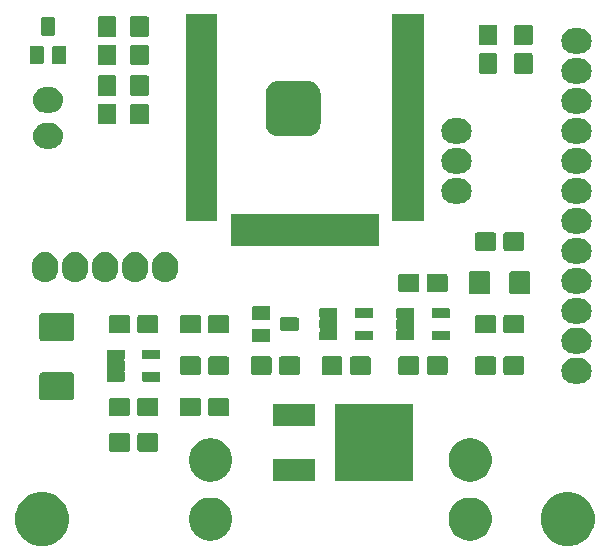
<source format=gts>
G04 #@! TF.GenerationSoftware,KiCad,Pcbnew,5.0.2+dfsg1-1~bpo9+1*
G04 #@! TF.CreationDate,2019-05-11T00:02:52+03:00*
G04 #@! TF.ProjectId,dled-esp32-controller,646c6564-2d65-4737-9033-322d636f6e74,rev?*
G04 #@! TF.SameCoordinates,Original*
G04 #@! TF.FileFunction,Soldermask,Top*
G04 #@! TF.FilePolarity,Negative*
%FSLAX46Y46*%
G04 Gerber Fmt 4.6, Leading zero omitted, Abs format (unit mm)*
G04 Created by KiCad (PCBNEW 5.0.2+dfsg1-1~bpo9+1) date Sb 11 mai 2019 00:02:52 +0300*
%MOMM*%
%LPD*%
G01*
G04 APERTURE LIST*
%ADD10C,0.100000*%
G04 APERTURE END LIST*
D10*
G36*
X72915049Y-93307618D02*
X72915052Y-93307619D01*
X72915051Y-93307619D01*
X73329985Y-93479490D01*
X73703415Y-93729008D01*
X74020992Y-94046585D01*
X74270510Y-94420015D01*
X74403446Y-94740950D01*
X74442382Y-94834951D01*
X74530000Y-95275438D01*
X74530000Y-95724562D01*
X74442382Y-96165049D01*
X74442381Y-96165051D01*
X74270510Y-96579985D01*
X74020992Y-96953415D01*
X73703415Y-97270992D01*
X73329985Y-97520510D01*
X73009050Y-97653446D01*
X72915049Y-97692382D01*
X72474562Y-97780000D01*
X72025438Y-97780000D01*
X71584951Y-97692382D01*
X71490950Y-97653446D01*
X71170015Y-97520510D01*
X70796585Y-97270992D01*
X70479008Y-96953415D01*
X70229490Y-96579985D01*
X70057619Y-96165051D01*
X70057618Y-96165049D01*
X69970000Y-95724562D01*
X69970000Y-95275438D01*
X70057618Y-94834951D01*
X70096554Y-94740950D01*
X70229490Y-94420015D01*
X70479008Y-94046585D01*
X70796585Y-93729008D01*
X71170015Y-93479490D01*
X71584949Y-93307619D01*
X71584948Y-93307619D01*
X71584951Y-93307618D01*
X72025438Y-93220000D01*
X72474562Y-93220000D01*
X72915049Y-93307618D01*
X72915049Y-93307618D01*
G37*
G36*
X28415049Y-93307618D02*
X28415052Y-93307619D01*
X28415051Y-93307619D01*
X28829985Y-93479490D01*
X29203415Y-93729008D01*
X29520992Y-94046585D01*
X29770510Y-94420015D01*
X29903446Y-94740950D01*
X29942382Y-94834951D01*
X30030000Y-95275438D01*
X30030000Y-95724562D01*
X29942382Y-96165049D01*
X29942381Y-96165051D01*
X29770510Y-96579985D01*
X29520992Y-96953415D01*
X29203415Y-97270992D01*
X28829985Y-97520510D01*
X28509050Y-97653446D01*
X28415049Y-97692382D01*
X27974562Y-97780000D01*
X27525438Y-97780000D01*
X27084951Y-97692382D01*
X26990950Y-97653446D01*
X26670015Y-97520510D01*
X26296585Y-97270992D01*
X25979008Y-96953415D01*
X25729490Y-96579985D01*
X25557619Y-96165051D01*
X25557618Y-96165049D01*
X25470000Y-95724562D01*
X25470000Y-95275438D01*
X25557618Y-94834951D01*
X25596554Y-94740950D01*
X25729490Y-94420015D01*
X25979008Y-94046585D01*
X26296585Y-93729008D01*
X26670015Y-93479490D01*
X27084949Y-93307619D01*
X27084948Y-93307619D01*
X27084951Y-93307618D01*
X27525438Y-93220000D01*
X27974562Y-93220000D01*
X28415049Y-93307618D01*
X28415049Y-93307618D01*
G37*
G36*
X42321660Y-93698130D02*
X42533791Y-93740325D01*
X42866830Y-93878275D01*
X43166557Y-94078546D01*
X43421454Y-94333443D01*
X43621725Y-94633170D01*
X43759675Y-94966209D01*
X43830000Y-95319761D01*
X43830000Y-95680239D01*
X43759675Y-96033791D01*
X43621725Y-96366830D01*
X43421454Y-96666557D01*
X43166557Y-96921454D01*
X42866830Y-97121725D01*
X42533791Y-97259675D01*
X42321660Y-97301870D01*
X42180241Y-97330000D01*
X41819759Y-97330000D01*
X41678340Y-97301870D01*
X41466209Y-97259675D01*
X41133170Y-97121725D01*
X40833443Y-96921454D01*
X40578546Y-96666557D01*
X40378275Y-96366830D01*
X40240325Y-96033791D01*
X40170000Y-95680239D01*
X40170000Y-95319761D01*
X40240325Y-94966209D01*
X40378275Y-94633170D01*
X40578546Y-94333443D01*
X40833443Y-94078546D01*
X41133170Y-93878275D01*
X41466209Y-93740325D01*
X41678340Y-93698130D01*
X41819759Y-93670000D01*
X42180241Y-93670000D01*
X42321660Y-93698130D01*
X42321660Y-93698130D01*
G37*
G36*
X64321660Y-93698130D02*
X64533791Y-93740325D01*
X64866830Y-93878275D01*
X65166557Y-94078546D01*
X65421454Y-94333443D01*
X65621725Y-94633170D01*
X65759675Y-94966209D01*
X65830000Y-95319761D01*
X65830000Y-95680239D01*
X65759675Y-96033791D01*
X65621725Y-96366830D01*
X65421454Y-96666557D01*
X65166557Y-96921454D01*
X64866830Y-97121725D01*
X64533791Y-97259675D01*
X64321660Y-97301870D01*
X64180241Y-97330000D01*
X63819759Y-97330000D01*
X63678340Y-97301870D01*
X63466209Y-97259675D01*
X63133170Y-97121725D01*
X62833443Y-96921454D01*
X62578546Y-96666557D01*
X62378275Y-96366830D01*
X62240325Y-96033791D01*
X62170000Y-95680239D01*
X62170000Y-95319761D01*
X62240325Y-94966209D01*
X62378275Y-94633170D01*
X62578546Y-94333443D01*
X62833443Y-94078546D01*
X63133170Y-93878275D01*
X63466209Y-93740325D01*
X63678340Y-93698130D01*
X63819759Y-93670000D01*
X64180241Y-93670000D01*
X64321660Y-93698130D01*
X64321660Y-93698130D01*
G37*
G36*
X42321660Y-88698130D02*
X42533791Y-88740325D01*
X42866830Y-88878275D01*
X43166557Y-89078546D01*
X43421454Y-89333443D01*
X43621725Y-89633170D01*
X43759675Y-89966209D01*
X43830000Y-90319761D01*
X43830000Y-90680239D01*
X43759675Y-91033791D01*
X43621725Y-91366830D01*
X43421454Y-91666557D01*
X43166557Y-91921454D01*
X42866830Y-92121725D01*
X42533791Y-92259675D01*
X42321660Y-92301870D01*
X42180241Y-92330000D01*
X41819759Y-92330000D01*
X41678340Y-92301870D01*
X41466209Y-92259675D01*
X41133170Y-92121725D01*
X40833443Y-91921454D01*
X40578546Y-91666557D01*
X40378275Y-91366830D01*
X40240325Y-91033791D01*
X40170000Y-90680239D01*
X40170000Y-90319761D01*
X40240325Y-89966209D01*
X40378275Y-89633170D01*
X40578546Y-89333443D01*
X40833443Y-89078546D01*
X41133170Y-88878275D01*
X41466209Y-88740325D01*
X41678340Y-88698130D01*
X41819759Y-88670000D01*
X42180241Y-88670000D01*
X42321660Y-88698130D01*
X42321660Y-88698130D01*
G37*
G36*
X64321660Y-88698130D02*
X64533791Y-88740325D01*
X64866830Y-88878275D01*
X65166557Y-89078546D01*
X65421454Y-89333443D01*
X65621725Y-89633170D01*
X65759675Y-89966209D01*
X65830000Y-90319761D01*
X65830000Y-90680239D01*
X65759675Y-91033791D01*
X65621725Y-91366830D01*
X65421454Y-91666557D01*
X65166557Y-91921454D01*
X64866830Y-92121725D01*
X64533791Y-92259675D01*
X64321660Y-92301870D01*
X64180241Y-92330000D01*
X63819759Y-92330000D01*
X63678340Y-92301870D01*
X63466209Y-92259675D01*
X63133170Y-92121725D01*
X62833443Y-91921454D01*
X62578546Y-91666557D01*
X62378275Y-91366830D01*
X62240325Y-91033791D01*
X62170000Y-90680239D01*
X62170000Y-90319761D01*
X62240325Y-89966209D01*
X62378275Y-89633170D01*
X62578546Y-89333443D01*
X62833443Y-89078546D01*
X63133170Y-88878275D01*
X63466209Y-88740325D01*
X63678340Y-88698130D01*
X63819759Y-88670000D01*
X64180241Y-88670000D01*
X64321660Y-88698130D01*
X64321660Y-88698130D01*
G37*
G36*
X59180000Y-92230000D02*
X52520000Y-92230000D01*
X52520000Y-85770000D01*
X59180000Y-85770000D01*
X59180000Y-92230000D01*
X59180000Y-92230000D01*
G37*
G36*
X50880000Y-92230000D02*
X47320000Y-92230000D01*
X47320000Y-90370000D01*
X50880000Y-90370000D01*
X50880000Y-92230000D01*
X50880000Y-92230000D01*
G37*
G36*
X35046270Y-88224018D02*
X35077242Y-88233414D01*
X35105782Y-88248669D01*
X35130800Y-88269200D01*
X35151331Y-88294218D01*
X35166586Y-88322758D01*
X35175982Y-88353730D01*
X35180000Y-88394529D01*
X35180000Y-89605471D01*
X35175982Y-89646270D01*
X35166586Y-89677242D01*
X35151331Y-89705782D01*
X35130800Y-89730800D01*
X35105782Y-89751331D01*
X35077242Y-89766586D01*
X35046270Y-89775982D01*
X35005471Y-89780000D01*
X33594529Y-89780000D01*
X33553730Y-89775982D01*
X33522758Y-89766586D01*
X33494218Y-89751331D01*
X33469200Y-89730800D01*
X33448669Y-89705782D01*
X33433414Y-89677242D01*
X33424018Y-89646270D01*
X33420000Y-89605471D01*
X33420000Y-88394529D01*
X33424018Y-88353730D01*
X33433414Y-88322758D01*
X33448669Y-88294218D01*
X33469200Y-88269200D01*
X33494218Y-88248669D01*
X33522758Y-88233414D01*
X33553730Y-88224018D01*
X33594529Y-88220000D01*
X35005471Y-88220000D01*
X35046270Y-88224018D01*
X35046270Y-88224018D01*
G37*
G36*
X37446270Y-88224018D02*
X37477242Y-88233414D01*
X37505782Y-88248669D01*
X37530800Y-88269200D01*
X37551331Y-88294218D01*
X37566586Y-88322758D01*
X37575982Y-88353730D01*
X37580000Y-88394529D01*
X37580000Y-89605471D01*
X37575982Y-89646270D01*
X37566586Y-89677242D01*
X37551331Y-89705782D01*
X37530800Y-89730800D01*
X37505782Y-89751331D01*
X37477242Y-89766586D01*
X37446270Y-89775982D01*
X37405471Y-89780000D01*
X35994529Y-89780000D01*
X35953730Y-89775982D01*
X35922758Y-89766586D01*
X35894218Y-89751331D01*
X35869200Y-89730800D01*
X35848669Y-89705782D01*
X35833414Y-89677242D01*
X35824018Y-89646270D01*
X35820000Y-89605471D01*
X35820000Y-88394529D01*
X35824018Y-88353730D01*
X35833414Y-88322758D01*
X35848669Y-88294218D01*
X35869200Y-88269200D01*
X35894218Y-88248669D01*
X35922758Y-88233414D01*
X35953730Y-88224018D01*
X35994529Y-88220000D01*
X37405471Y-88220000D01*
X37446270Y-88224018D01*
X37446270Y-88224018D01*
G37*
G36*
X50880000Y-87630000D02*
X47320000Y-87630000D01*
X47320000Y-85770000D01*
X50880000Y-85770000D01*
X50880000Y-87630000D01*
X50880000Y-87630000D01*
G37*
G36*
X41046270Y-85224018D02*
X41077242Y-85233414D01*
X41105782Y-85248669D01*
X41130800Y-85269200D01*
X41151331Y-85294218D01*
X41166586Y-85322758D01*
X41175982Y-85353730D01*
X41180000Y-85394529D01*
X41180000Y-86605471D01*
X41175982Y-86646270D01*
X41166586Y-86677242D01*
X41151331Y-86705782D01*
X41130800Y-86730800D01*
X41105782Y-86751331D01*
X41077242Y-86766586D01*
X41046270Y-86775982D01*
X41005471Y-86780000D01*
X39594529Y-86780000D01*
X39553730Y-86775982D01*
X39522758Y-86766586D01*
X39494218Y-86751331D01*
X39469200Y-86730800D01*
X39448669Y-86705782D01*
X39433414Y-86677242D01*
X39424018Y-86646270D01*
X39420000Y-86605471D01*
X39420000Y-85394529D01*
X39424018Y-85353730D01*
X39433414Y-85322758D01*
X39448669Y-85294218D01*
X39469200Y-85269200D01*
X39494218Y-85248669D01*
X39522758Y-85233414D01*
X39553730Y-85224018D01*
X39594529Y-85220000D01*
X41005471Y-85220000D01*
X41046270Y-85224018D01*
X41046270Y-85224018D01*
G37*
G36*
X35046270Y-85224018D02*
X35077242Y-85233414D01*
X35105782Y-85248669D01*
X35130800Y-85269200D01*
X35151331Y-85294218D01*
X35166586Y-85322758D01*
X35175982Y-85353730D01*
X35180000Y-85394529D01*
X35180000Y-86605471D01*
X35175982Y-86646270D01*
X35166586Y-86677242D01*
X35151331Y-86705782D01*
X35130800Y-86730800D01*
X35105782Y-86751331D01*
X35077242Y-86766586D01*
X35046270Y-86775982D01*
X35005471Y-86780000D01*
X33594529Y-86780000D01*
X33553730Y-86775982D01*
X33522758Y-86766586D01*
X33494218Y-86751331D01*
X33469200Y-86730800D01*
X33448669Y-86705782D01*
X33433414Y-86677242D01*
X33424018Y-86646270D01*
X33420000Y-86605471D01*
X33420000Y-85394529D01*
X33424018Y-85353730D01*
X33433414Y-85322758D01*
X33448669Y-85294218D01*
X33469200Y-85269200D01*
X33494218Y-85248669D01*
X33522758Y-85233414D01*
X33553730Y-85224018D01*
X33594529Y-85220000D01*
X35005471Y-85220000D01*
X35046270Y-85224018D01*
X35046270Y-85224018D01*
G37*
G36*
X37446270Y-85224018D02*
X37477242Y-85233414D01*
X37505782Y-85248669D01*
X37530800Y-85269200D01*
X37551331Y-85294218D01*
X37566586Y-85322758D01*
X37575982Y-85353730D01*
X37580000Y-85394529D01*
X37580000Y-86605471D01*
X37575982Y-86646270D01*
X37566586Y-86677242D01*
X37551331Y-86705782D01*
X37530800Y-86730800D01*
X37505782Y-86751331D01*
X37477242Y-86766586D01*
X37446270Y-86775982D01*
X37405471Y-86780000D01*
X35994529Y-86780000D01*
X35953730Y-86775982D01*
X35922758Y-86766586D01*
X35894218Y-86751331D01*
X35869200Y-86730800D01*
X35848669Y-86705782D01*
X35833414Y-86677242D01*
X35824018Y-86646270D01*
X35820000Y-86605471D01*
X35820000Y-85394529D01*
X35824018Y-85353730D01*
X35833414Y-85322758D01*
X35848669Y-85294218D01*
X35869200Y-85269200D01*
X35894218Y-85248669D01*
X35922758Y-85233414D01*
X35953730Y-85224018D01*
X35994529Y-85220000D01*
X37405471Y-85220000D01*
X37446270Y-85224018D01*
X37446270Y-85224018D01*
G37*
G36*
X43446270Y-85224018D02*
X43477242Y-85233414D01*
X43505782Y-85248669D01*
X43530800Y-85269200D01*
X43551331Y-85294218D01*
X43566586Y-85322758D01*
X43575982Y-85353730D01*
X43580000Y-85394529D01*
X43580000Y-86605471D01*
X43575982Y-86646270D01*
X43566586Y-86677242D01*
X43551331Y-86705782D01*
X43530800Y-86730800D01*
X43505782Y-86751331D01*
X43477242Y-86766586D01*
X43446270Y-86775982D01*
X43405471Y-86780000D01*
X41994529Y-86780000D01*
X41953730Y-86775982D01*
X41922758Y-86766586D01*
X41894218Y-86751331D01*
X41869200Y-86730800D01*
X41848669Y-86705782D01*
X41833414Y-86677242D01*
X41824018Y-86646270D01*
X41820000Y-86605471D01*
X41820000Y-85394529D01*
X41824018Y-85353730D01*
X41833414Y-85322758D01*
X41848669Y-85294218D01*
X41869200Y-85269200D01*
X41894218Y-85248669D01*
X41922758Y-85233414D01*
X41953730Y-85224018D01*
X41994529Y-85220000D01*
X43405471Y-85220000D01*
X43446270Y-85224018D01*
X43446270Y-85224018D01*
G37*
G36*
X30293496Y-83075278D02*
X30336768Y-83088405D01*
X30376642Y-83109718D01*
X30411596Y-83138404D01*
X30440282Y-83173358D01*
X30461595Y-83213232D01*
X30474722Y-83256504D01*
X30480000Y-83310095D01*
X30480000Y-85189905D01*
X30474722Y-85243496D01*
X30461595Y-85286768D01*
X30440282Y-85326642D01*
X30411596Y-85361596D01*
X30376642Y-85390282D01*
X30336768Y-85411595D01*
X30293496Y-85424722D01*
X30239905Y-85430000D01*
X27760095Y-85430000D01*
X27706504Y-85424722D01*
X27663232Y-85411595D01*
X27623358Y-85390282D01*
X27588404Y-85361596D01*
X27559718Y-85326642D01*
X27538405Y-85286768D01*
X27525278Y-85243496D01*
X27520000Y-85189905D01*
X27520000Y-83310095D01*
X27525278Y-83256504D01*
X27538405Y-83213232D01*
X27559718Y-83173358D01*
X27588404Y-83138404D01*
X27623358Y-83109718D01*
X27663232Y-83088405D01*
X27706504Y-83075278D01*
X27760095Y-83070000D01*
X30239905Y-83070000D01*
X30293496Y-83075278D01*
X30293496Y-83075278D01*
G37*
G36*
X73411713Y-81875626D02*
X73411716Y-81875627D01*
X73411717Y-81875627D01*
X73447260Y-81886409D01*
X73615299Y-81937383D01*
X73802921Y-82037669D01*
X73967371Y-82172629D01*
X74102331Y-82337079D01*
X74202617Y-82524701D01*
X74264374Y-82728287D01*
X74285226Y-82940000D01*
X74264374Y-83151713D01*
X74264373Y-83151716D01*
X74264373Y-83151717D01*
X74240383Y-83230800D01*
X74202617Y-83355299D01*
X74102331Y-83542921D01*
X73967371Y-83707371D01*
X73802921Y-83842331D01*
X73615299Y-83942617D01*
X73495786Y-83978871D01*
X73411717Y-84004373D01*
X73411716Y-84004373D01*
X73411713Y-84004374D01*
X73253056Y-84020000D01*
X72746944Y-84020000D01*
X72588287Y-84004374D01*
X72588284Y-84004373D01*
X72588283Y-84004373D01*
X72504214Y-83978871D01*
X72384701Y-83942617D01*
X72197079Y-83842331D01*
X72032629Y-83707371D01*
X71897669Y-83542921D01*
X71797383Y-83355299D01*
X71759617Y-83230800D01*
X71735627Y-83151717D01*
X71735627Y-83151716D01*
X71735626Y-83151713D01*
X71714774Y-82940000D01*
X71735626Y-82728287D01*
X71797383Y-82524701D01*
X71897669Y-82337079D01*
X72032629Y-82172629D01*
X72197079Y-82037669D01*
X72384701Y-81937383D01*
X72552740Y-81886409D01*
X72588283Y-81875627D01*
X72588284Y-81875627D01*
X72588287Y-81875626D01*
X72746944Y-81860000D01*
X73253056Y-81860000D01*
X73411713Y-81875626D01*
X73411713Y-81875626D01*
G37*
G36*
X37715560Y-83051886D02*
X37725722Y-83054969D01*
X37735087Y-83059975D01*
X37743292Y-83066708D01*
X37750025Y-83074913D01*
X37755031Y-83084278D01*
X37758114Y-83094440D01*
X37760000Y-83113591D01*
X37760000Y-83786409D01*
X37758114Y-83805560D01*
X37755031Y-83815722D01*
X37750025Y-83825087D01*
X37743292Y-83833292D01*
X37735087Y-83840025D01*
X37725722Y-83845031D01*
X37715560Y-83848114D01*
X37696409Y-83850000D01*
X36303591Y-83850000D01*
X36284440Y-83848114D01*
X36274278Y-83845031D01*
X36264913Y-83840025D01*
X36256708Y-83833292D01*
X36249975Y-83825087D01*
X36244969Y-83815722D01*
X36241886Y-83805560D01*
X36240000Y-83786409D01*
X36240000Y-83113591D01*
X36241886Y-83094440D01*
X36244969Y-83084278D01*
X36249975Y-83074913D01*
X36256708Y-83066708D01*
X36264913Y-83059975D01*
X36274278Y-83054969D01*
X36284440Y-83051886D01*
X36303591Y-83050000D01*
X37696409Y-83050000D01*
X37715560Y-83051886D01*
X37715560Y-83051886D01*
G37*
G36*
X34715560Y-81151886D02*
X34725722Y-81154969D01*
X34735087Y-81159975D01*
X34743292Y-81166708D01*
X34750025Y-81174913D01*
X34755031Y-81184278D01*
X34758114Y-81194440D01*
X34760000Y-81213591D01*
X34760000Y-81886409D01*
X34758114Y-81905560D01*
X34755031Y-81915722D01*
X34743250Y-81937763D01*
X34740079Y-81942509D01*
X34726951Y-81974204D01*
X34720259Y-82007851D01*
X34720260Y-82042157D01*
X34726954Y-82075804D01*
X34740083Y-82107498D01*
X34743253Y-82112242D01*
X34755031Y-82134278D01*
X34758114Y-82144440D01*
X34760000Y-82163591D01*
X34760000Y-82836409D01*
X34758114Y-82855560D01*
X34755031Y-82865722D01*
X34743250Y-82887763D01*
X34740079Y-82892509D01*
X34726951Y-82924204D01*
X34720259Y-82957851D01*
X34720260Y-82992157D01*
X34726954Y-83025804D01*
X34740083Y-83057498D01*
X34743253Y-83062242D01*
X34755031Y-83084278D01*
X34758114Y-83094440D01*
X34760000Y-83113591D01*
X34760000Y-83786409D01*
X34758114Y-83805560D01*
X34755031Y-83815722D01*
X34750025Y-83825087D01*
X34743292Y-83833292D01*
X34735087Y-83840025D01*
X34725722Y-83845031D01*
X34715560Y-83848114D01*
X34696409Y-83850000D01*
X33303591Y-83850000D01*
X33284440Y-83848114D01*
X33274278Y-83845031D01*
X33264913Y-83840025D01*
X33256708Y-83833292D01*
X33249975Y-83825087D01*
X33244969Y-83815722D01*
X33241886Y-83805560D01*
X33240000Y-83786409D01*
X33240000Y-83113591D01*
X33241886Y-83094440D01*
X33244969Y-83084278D01*
X33256750Y-83062237D01*
X33259921Y-83057491D01*
X33273049Y-83025796D01*
X33279741Y-82992149D01*
X33279740Y-82957843D01*
X33273046Y-82924196D01*
X33259917Y-82892502D01*
X33256747Y-82887758D01*
X33244969Y-82865722D01*
X33241886Y-82855560D01*
X33240000Y-82836409D01*
X33240000Y-82163591D01*
X33241886Y-82144440D01*
X33244969Y-82134278D01*
X33256750Y-82112237D01*
X33259921Y-82107491D01*
X33273049Y-82075796D01*
X33279741Y-82042149D01*
X33279740Y-82007843D01*
X33273046Y-81974196D01*
X33259917Y-81942502D01*
X33256747Y-81937758D01*
X33244969Y-81915722D01*
X33241886Y-81905560D01*
X33240000Y-81886409D01*
X33240000Y-81213591D01*
X33241886Y-81194440D01*
X33244969Y-81184278D01*
X33249975Y-81174913D01*
X33256708Y-81166708D01*
X33264913Y-81159975D01*
X33274278Y-81154969D01*
X33284440Y-81151886D01*
X33303591Y-81150000D01*
X34696409Y-81150000D01*
X34715560Y-81151886D01*
X34715560Y-81151886D01*
G37*
G36*
X61946270Y-81724018D02*
X61977242Y-81733414D01*
X62005782Y-81748669D01*
X62030800Y-81769200D01*
X62051331Y-81794218D01*
X62066586Y-81822758D01*
X62075982Y-81853730D01*
X62080000Y-81894529D01*
X62080000Y-83105471D01*
X62075982Y-83146270D01*
X62066586Y-83177242D01*
X62051331Y-83205782D01*
X62030800Y-83230800D01*
X62005782Y-83251331D01*
X61977242Y-83266586D01*
X61946270Y-83275982D01*
X61905471Y-83280000D01*
X60494529Y-83280000D01*
X60453730Y-83275982D01*
X60422758Y-83266586D01*
X60394218Y-83251331D01*
X60369200Y-83230800D01*
X60348669Y-83205782D01*
X60333414Y-83177242D01*
X60324018Y-83146270D01*
X60320000Y-83105471D01*
X60320000Y-81894529D01*
X60324018Y-81853730D01*
X60333414Y-81822758D01*
X60348669Y-81794218D01*
X60369200Y-81769200D01*
X60394218Y-81748669D01*
X60422758Y-81733414D01*
X60453730Y-81724018D01*
X60494529Y-81720000D01*
X61905471Y-81720000D01*
X61946270Y-81724018D01*
X61946270Y-81724018D01*
G37*
G36*
X59546270Y-81724018D02*
X59577242Y-81733414D01*
X59605782Y-81748669D01*
X59630800Y-81769200D01*
X59651331Y-81794218D01*
X59666586Y-81822758D01*
X59675982Y-81853730D01*
X59680000Y-81894529D01*
X59680000Y-83105471D01*
X59675982Y-83146270D01*
X59666586Y-83177242D01*
X59651331Y-83205782D01*
X59630800Y-83230800D01*
X59605782Y-83251331D01*
X59577242Y-83266586D01*
X59546270Y-83275982D01*
X59505471Y-83280000D01*
X58094529Y-83280000D01*
X58053730Y-83275982D01*
X58022758Y-83266586D01*
X57994218Y-83251331D01*
X57969200Y-83230800D01*
X57948669Y-83205782D01*
X57933414Y-83177242D01*
X57924018Y-83146270D01*
X57920000Y-83105471D01*
X57920000Y-81894529D01*
X57924018Y-81853730D01*
X57933414Y-81822758D01*
X57948669Y-81794218D01*
X57969200Y-81769200D01*
X57994218Y-81748669D01*
X58022758Y-81733414D01*
X58053730Y-81724018D01*
X58094529Y-81720000D01*
X59505471Y-81720000D01*
X59546270Y-81724018D01*
X59546270Y-81724018D01*
G37*
G36*
X66046270Y-81724018D02*
X66077242Y-81733414D01*
X66105782Y-81748669D01*
X66130800Y-81769200D01*
X66151331Y-81794218D01*
X66166586Y-81822758D01*
X66175982Y-81853730D01*
X66180000Y-81894529D01*
X66180000Y-83105471D01*
X66175982Y-83146270D01*
X66166586Y-83177242D01*
X66151331Y-83205782D01*
X66130800Y-83230800D01*
X66105782Y-83251331D01*
X66077242Y-83266586D01*
X66046270Y-83275982D01*
X66005471Y-83280000D01*
X64594529Y-83280000D01*
X64553730Y-83275982D01*
X64522758Y-83266586D01*
X64494218Y-83251331D01*
X64469200Y-83230800D01*
X64448669Y-83205782D01*
X64433414Y-83177242D01*
X64424018Y-83146270D01*
X64420000Y-83105471D01*
X64420000Y-81894529D01*
X64424018Y-81853730D01*
X64433414Y-81822758D01*
X64448669Y-81794218D01*
X64469200Y-81769200D01*
X64494218Y-81748669D01*
X64522758Y-81733414D01*
X64553730Y-81724018D01*
X64594529Y-81720000D01*
X66005471Y-81720000D01*
X66046270Y-81724018D01*
X66046270Y-81724018D01*
G37*
G36*
X68446270Y-81724018D02*
X68477242Y-81733414D01*
X68505782Y-81748669D01*
X68530800Y-81769200D01*
X68551331Y-81794218D01*
X68566586Y-81822758D01*
X68575982Y-81853730D01*
X68580000Y-81894529D01*
X68580000Y-83105471D01*
X68575982Y-83146270D01*
X68566586Y-83177242D01*
X68551331Y-83205782D01*
X68530800Y-83230800D01*
X68505782Y-83251331D01*
X68477242Y-83266586D01*
X68446270Y-83275982D01*
X68405471Y-83280000D01*
X66994529Y-83280000D01*
X66953730Y-83275982D01*
X66922758Y-83266586D01*
X66894218Y-83251331D01*
X66869200Y-83230800D01*
X66848669Y-83205782D01*
X66833414Y-83177242D01*
X66824018Y-83146270D01*
X66820000Y-83105471D01*
X66820000Y-81894529D01*
X66824018Y-81853730D01*
X66833414Y-81822758D01*
X66848669Y-81794218D01*
X66869200Y-81769200D01*
X66894218Y-81748669D01*
X66922758Y-81733414D01*
X66953730Y-81724018D01*
X66994529Y-81720000D01*
X68405471Y-81720000D01*
X68446270Y-81724018D01*
X68446270Y-81724018D01*
G37*
G36*
X41046270Y-81724018D02*
X41077242Y-81733414D01*
X41105782Y-81748669D01*
X41130800Y-81769200D01*
X41151331Y-81794218D01*
X41166586Y-81822758D01*
X41175982Y-81853730D01*
X41180000Y-81894529D01*
X41180000Y-83105471D01*
X41175982Y-83146270D01*
X41166586Y-83177242D01*
X41151331Y-83205782D01*
X41130800Y-83230800D01*
X41105782Y-83251331D01*
X41077242Y-83266586D01*
X41046270Y-83275982D01*
X41005471Y-83280000D01*
X39594529Y-83280000D01*
X39553730Y-83275982D01*
X39522758Y-83266586D01*
X39494218Y-83251331D01*
X39469200Y-83230800D01*
X39448669Y-83205782D01*
X39433414Y-83177242D01*
X39424018Y-83146270D01*
X39420000Y-83105471D01*
X39420000Y-81894529D01*
X39424018Y-81853730D01*
X39433414Y-81822758D01*
X39448669Y-81794218D01*
X39469200Y-81769200D01*
X39494218Y-81748669D01*
X39522758Y-81733414D01*
X39553730Y-81724018D01*
X39594529Y-81720000D01*
X41005471Y-81720000D01*
X41046270Y-81724018D01*
X41046270Y-81724018D01*
G37*
G36*
X47046270Y-81724018D02*
X47077242Y-81733414D01*
X47105782Y-81748669D01*
X47130800Y-81769200D01*
X47151331Y-81794218D01*
X47166586Y-81822758D01*
X47175982Y-81853730D01*
X47180000Y-81894529D01*
X47180000Y-83105471D01*
X47175982Y-83146270D01*
X47166586Y-83177242D01*
X47151331Y-83205782D01*
X47130800Y-83230800D01*
X47105782Y-83251331D01*
X47077242Y-83266586D01*
X47046270Y-83275982D01*
X47005471Y-83280000D01*
X45594529Y-83280000D01*
X45553730Y-83275982D01*
X45522758Y-83266586D01*
X45494218Y-83251331D01*
X45469200Y-83230800D01*
X45448669Y-83205782D01*
X45433414Y-83177242D01*
X45424018Y-83146270D01*
X45420000Y-83105471D01*
X45420000Y-81894529D01*
X45424018Y-81853730D01*
X45433414Y-81822758D01*
X45448669Y-81794218D01*
X45469200Y-81769200D01*
X45494218Y-81748669D01*
X45522758Y-81733414D01*
X45553730Y-81724018D01*
X45594529Y-81720000D01*
X47005471Y-81720000D01*
X47046270Y-81724018D01*
X47046270Y-81724018D01*
G37*
G36*
X49446270Y-81724018D02*
X49477242Y-81733414D01*
X49505782Y-81748669D01*
X49530800Y-81769200D01*
X49551331Y-81794218D01*
X49566586Y-81822758D01*
X49575982Y-81853730D01*
X49580000Y-81894529D01*
X49580000Y-83105471D01*
X49575982Y-83146270D01*
X49566586Y-83177242D01*
X49551331Y-83205782D01*
X49530800Y-83230800D01*
X49505782Y-83251331D01*
X49477242Y-83266586D01*
X49446270Y-83275982D01*
X49405471Y-83280000D01*
X47994529Y-83280000D01*
X47953730Y-83275982D01*
X47922758Y-83266586D01*
X47894218Y-83251331D01*
X47869200Y-83230800D01*
X47848669Y-83205782D01*
X47833414Y-83177242D01*
X47824018Y-83146270D01*
X47820000Y-83105471D01*
X47820000Y-81894529D01*
X47824018Y-81853730D01*
X47833414Y-81822758D01*
X47848669Y-81794218D01*
X47869200Y-81769200D01*
X47894218Y-81748669D01*
X47922758Y-81733414D01*
X47953730Y-81724018D01*
X47994529Y-81720000D01*
X49405471Y-81720000D01*
X49446270Y-81724018D01*
X49446270Y-81724018D01*
G37*
G36*
X53046270Y-81724018D02*
X53077242Y-81733414D01*
X53105782Y-81748669D01*
X53130800Y-81769200D01*
X53151331Y-81794218D01*
X53166586Y-81822758D01*
X53175982Y-81853730D01*
X53180000Y-81894529D01*
X53180000Y-83105471D01*
X53175982Y-83146270D01*
X53166586Y-83177242D01*
X53151331Y-83205782D01*
X53130800Y-83230800D01*
X53105782Y-83251331D01*
X53077242Y-83266586D01*
X53046270Y-83275982D01*
X53005471Y-83280000D01*
X51594529Y-83280000D01*
X51553730Y-83275982D01*
X51522758Y-83266586D01*
X51494218Y-83251331D01*
X51469200Y-83230800D01*
X51448669Y-83205782D01*
X51433414Y-83177242D01*
X51424018Y-83146270D01*
X51420000Y-83105471D01*
X51420000Y-81894529D01*
X51424018Y-81853730D01*
X51433414Y-81822758D01*
X51448669Y-81794218D01*
X51469200Y-81769200D01*
X51494218Y-81748669D01*
X51522758Y-81733414D01*
X51553730Y-81724018D01*
X51594529Y-81720000D01*
X53005471Y-81720000D01*
X53046270Y-81724018D01*
X53046270Y-81724018D01*
G37*
G36*
X43446270Y-81724018D02*
X43477242Y-81733414D01*
X43505782Y-81748669D01*
X43530800Y-81769200D01*
X43551331Y-81794218D01*
X43566586Y-81822758D01*
X43575982Y-81853730D01*
X43580000Y-81894529D01*
X43580000Y-83105471D01*
X43575982Y-83146270D01*
X43566586Y-83177242D01*
X43551331Y-83205782D01*
X43530800Y-83230800D01*
X43505782Y-83251331D01*
X43477242Y-83266586D01*
X43446270Y-83275982D01*
X43405471Y-83280000D01*
X41994529Y-83280000D01*
X41953730Y-83275982D01*
X41922758Y-83266586D01*
X41894218Y-83251331D01*
X41869200Y-83230800D01*
X41848669Y-83205782D01*
X41833414Y-83177242D01*
X41824018Y-83146270D01*
X41820000Y-83105471D01*
X41820000Y-81894529D01*
X41824018Y-81853730D01*
X41833414Y-81822758D01*
X41848669Y-81794218D01*
X41869200Y-81769200D01*
X41894218Y-81748669D01*
X41922758Y-81733414D01*
X41953730Y-81724018D01*
X41994529Y-81720000D01*
X43405471Y-81720000D01*
X43446270Y-81724018D01*
X43446270Y-81724018D01*
G37*
G36*
X55446270Y-81724018D02*
X55477242Y-81733414D01*
X55505782Y-81748669D01*
X55530800Y-81769200D01*
X55551331Y-81794218D01*
X55566586Y-81822758D01*
X55575982Y-81853730D01*
X55580000Y-81894529D01*
X55580000Y-83105471D01*
X55575982Y-83146270D01*
X55566586Y-83177242D01*
X55551331Y-83205782D01*
X55530800Y-83230800D01*
X55505782Y-83251331D01*
X55477242Y-83266586D01*
X55446270Y-83275982D01*
X55405471Y-83280000D01*
X53994529Y-83280000D01*
X53953730Y-83275982D01*
X53922758Y-83266586D01*
X53894218Y-83251331D01*
X53869200Y-83230800D01*
X53848669Y-83205782D01*
X53833414Y-83177242D01*
X53824018Y-83146270D01*
X53820000Y-83105471D01*
X53820000Y-81894529D01*
X53824018Y-81853730D01*
X53833414Y-81822758D01*
X53848669Y-81794218D01*
X53869200Y-81769200D01*
X53894218Y-81748669D01*
X53922758Y-81733414D01*
X53953730Y-81724018D01*
X53994529Y-81720000D01*
X55405471Y-81720000D01*
X55446270Y-81724018D01*
X55446270Y-81724018D01*
G37*
G36*
X37715560Y-81151886D02*
X37725722Y-81154969D01*
X37735087Y-81159975D01*
X37743292Y-81166708D01*
X37750025Y-81174913D01*
X37755031Y-81184278D01*
X37758114Y-81194440D01*
X37760000Y-81213591D01*
X37760000Y-81886409D01*
X37758114Y-81905560D01*
X37755031Y-81915722D01*
X37750025Y-81925087D01*
X37743292Y-81933292D01*
X37735087Y-81940025D01*
X37725722Y-81945031D01*
X37715560Y-81948114D01*
X37696409Y-81950000D01*
X36303591Y-81950000D01*
X36284440Y-81948114D01*
X36274278Y-81945031D01*
X36264913Y-81940025D01*
X36256708Y-81933292D01*
X36249975Y-81925087D01*
X36244969Y-81915722D01*
X36241886Y-81905560D01*
X36240000Y-81886409D01*
X36240000Y-81213591D01*
X36241886Y-81194440D01*
X36244969Y-81184278D01*
X36249975Y-81174913D01*
X36256708Y-81166708D01*
X36264913Y-81159975D01*
X36274278Y-81154969D01*
X36284440Y-81151886D01*
X36303591Y-81150000D01*
X37696409Y-81150000D01*
X37715560Y-81151886D01*
X37715560Y-81151886D01*
G37*
G36*
X73411713Y-79335626D02*
X73411716Y-79335627D01*
X73411717Y-79335627D01*
X73452505Y-79348000D01*
X73615299Y-79397383D01*
X73802921Y-79497669D01*
X73967371Y-79632629D01*
X74102331Y-79797079D01*
X74202617Y-79984701D01*
X74264374Y-80188287D01*
X74285226Y-80400000D01*
X74264374Y-80611713D01*
X74202617Y-80815299D01*
X74102331Y-81002921D01*
X73967371Y-81167371D01*
X73802921Y-81302331D01*
X73615299Y-81402617D01*
X73495786Y-81438871D01*
X73411717Y-81464373D01*
X73411716Y-81464373D01*
X73411713Y-81464374D01*
X73253056Y-81480000D01*
X72746944Y-81480000D01*
X72588287Y-81464374D01*
X72588284Y-81464373D01*
X72588283Y-81464373D01*
X72504214Y-81438871D01*
X72384701Y-81402617D01*
X72197079Y-81302331D01*
X72032629Y-81167371D01*
X71897669Y-81002921D01*
X71797383Y-80815299D01*
X71735626Y-80611713D01*
X71714774Y-80400000D01*
X71735626Y-80188287D01*
X71797383Y-79984701D01*
X71897669Y-79797079D01*
X72032629Y-79632629D01*
X72197079Y-79497669D01*
X72384701Y-79397383D01*
X72547495Y-79348000D01*
X72588283Y-79335627D01*
X72588284Y-79335627D01*
X72588287Y-79335626D01*
X72746944Y-79320000D01*
X73253056Y-79320000D01*
X73411713Y-79335626D01*
X73411713Y-79335626D01*
G37*
G36*
X46977611Y-79373271D02*
X47001276Y-79380449D01*
X47023086Y-79392107D01*
X47042204Y-79407796D01*
X47057893Y-79426914D01*
X47069551Y-79448724D01*
X47076729Y-79472389D01*
X47080000Y-79505595D01*
X47080000Y-80394405D01*
X47076729Y-80427611D01*
X47069551Y-80451276D01*
X47057893Y-80473086D01*
X47042204Y-80492204D01*
X47023086Y-80507893D01*
X47001276Y-80519551D01*
X46977611Y-80526729D01*
X46944405Y-80530000D01*
X45655595Y-80530000D01*
X45622389Y-80526729D01*
X45598724Y-80519551D01*
X45576914Y-80507893D01*
X45557796Y-80492204D01*
X45542107Y-80473086D01*
X45530449Y-80451276D01*
X45523271Y-80427611D01*
X45520000Y-80394405D01*
X45520000Y-79505595D01*
X45523271Y-79472389D01*
X45530449Y-79448724D01*
X45542107Y-79426914D01*
X45557796Y-79407796D01*
X45576914Y-79392107D01*
X45598724Y-79380449D01*
X45622389Y-79373271D01*
X45655595Y-79370000D01*
X46944405Y-79370000D01*
X46977611Y-79373271D01*
X46977611Y-79373271D01*
G37*
G36*
X30293496Y-78075278D02*
X30336768Y-78088405D01*
X30376642Y-78109718D01*
X30411596Y-78138404D01*
X30440282Y-78173358D01*
X30461595Y-78213232D01*
X30474722Y-78256504D01*
X30480000Y-78310095D01*
X30480000Y-80189905D01*
X30474722Y-80243496D01*
X30461595Y-80286768D01*
X30440282Y-80326642D01*
X30411596Y-80361596D01*
X30376642Y-80390282D01*
X30336768Y-80411595D01*
X30293496Y-80424722D01*
X30239905Y-80430000D01*
X27760095Y-80430000D01*
X27706504Y-80424722D01*
X27663232Y-80411595D01*
X27623358Y-80390282D01*
X27588404Y-80361596D01*
X27559718Y-80326642D01*
X27538405Y-80286768D01*
X27525278Y-80243496D01*
X27520000Y-80189905D01*
X27520000Y-78310095D01*
X27525278Y-78256504D01*
X27538405Y-78213232D01*
X27559718Y-78173358D01*
X27588404Y-78138404D01*
X27623358Y-78109718D01*
X27663232Y-78088405D01*
X27706504Y-78075278D01*
X27760095Y-78070000D01*
X30239905Y-78070000D01*
X30293496Y-78075278D01*
X30293496Y-78075278D01*
G37*
G36*
X55715560Y-79551886D02*
X55725722Y-79554969D01*
X55735087Y-79559975D01*
X55743292Y-79566708D01*
X55750025Y-79574913D01*
X55755031Y-79584278D01*
X55758114Y-79594440D01*
X55760000Y-79613591D01*
X55760000Y-80286409D01*
X55758114Y-80305560D01*
X55755031Y-80315722D01*
X55750025Y-80325087D01*
X55743292Y-80333292D01*
X55735087Y-80340025D01*
X55725722Y-80345031D01*
X55715560Y-80348114D01*
X55696409Y-80350000D01*
X54303591Y-80350000D01*
X54284440Y-80348114D01*
X54274278Y-80345031D01*
X54264913Y-80340025D01*
X54256708Y-80333292D01*
X54249975Y-80325087D01*
X54244969Y-80315722D01*
X54241886Y-80305560D01*
X54240000Y-80286409D01*
X54240000Y-79613591D01*
X54241886Y-79594440D01*
X54244969Y-79584278D01*
X54249975Y-79574913D01*
X54256708Y-79566708D01*
X54264913Y-79559975D01*
X54274278Y-79554969D01*
X54284440Y-79551886D01*
X54303591Y-79550000D01*
X55696409Y-79550000D01*
X55715560Y-79551886D01*
X55715560Y-79551886D01*
G37*
G36*
X62215560Y-79551886D02*
X62225722Y-79554969D01*
X62235087Y-79559975D01*
X62243292Y-79566708D01*
X62250025Y-79574913D01*
X62255031Y-79584278D01*
X62258114Y-79594440D01*
X62260000Y-79613591D01*
X62260000Y-80286409D01*
X62258114Y-80305560D01*
X62255031Y-80315722D01*
X62250025Y-80325087D01*
X62243292Y-80333292D01*
X62235087Y-80340025D01*
X62225722Y-80345031D01*
X62215560Y-80348114D01*
X62196409Y-80350000D01*
X60803591Y-80350000D01*
X60784440Y-80348114D01*
X60774278Y-80345031D01*
X60764913Y-80340025D01*
X60756708Y-80333292D01*
X60749975Y-80325087D01*
X60744969Y-80315722D01*
X60741886Y-80305560D01*
X60740000Y-80286409D01*
X60740000Y-79613591D01*
X60741886Y-79594440D01*
X60744969Y-79584278D01*
X60749975Y-79574913D01*
X60756708Y-79566708D01*
X60764913Y-79559975D01*
X60774278Y-79554969D01*
X60784440Y-79551886D01*
X60803591Y-79550000D01*
X62196409Y-79550000D01*
X62215560Y-79551886D01*
X62215560Y-79551886D01*
G37*
G36*
X52715560Y-77651886D02*
X52725722Y-77654969D01*
X52735087Y-77659975D01*
X52743292Y-77666708D01*
X52750025Y-77674913D01*
X52755031Y-77684278D01*
X52758114Y-77694440D01*
X52760000Y-77713591D01*
X52760000Y-78386409D01*
X52758114Y-78405560D01*
X52755031Y-78415722D01*
X52743250Y-78437763D01*
X52740079Y-78442509D01*
X52726951Y-78474204D01*
X52720259Y-78507851D01*
X52720260Y-78542157D01*
X52726954Y-78575804D01*
X52740083Y-78607498D01*
X52743253Y-78612242D01*
X52755031Y-78634278D01*
X52758114Y-78644440D01*
X52760000Y-78663591D01*
X52760000Y-79336409D01*
X52758114Y-79355560D01*
X52755031Y-79365722D01*
X52743250Y-79387763D01*
X52740079Y-79392509D01*
X52726951Y-79424204D01*
X52720259Y-79457851D01*
X52720260Y-79492157D01*
X52726954Y-79525804D01*
X52740083Y-79557498D01*
X52743253Y-79562242D01*
X52755031Y-79584278D01*
X52758114Y-79594440D01*
X52760000Y-79613591D01*
X52760000Y-80286409D01*
X52758114Y-80305560D01*
X52755031Y-80315722D01*
X52750025Y-80325087D01*
X52743292Y-80333292D01*
X52735087Y-80340025D01*
X52725722Y-80345031D01*
X52715560Y-80348114D01*
X52696409Y-80350000D01*
X51303591Y-80350000D01*
X51284440Y-80348114D01*
X51274278Y-80345031D01*
X51264913Y-80340025D01*
X51256708Y-80333292D01*
X51249975Y-80325087D01*
X51244969Y-80315722D01*
X51241886Y-80305560D01*
X51240000Y-80286409D01*
X51240000Y-79613591D01*
X51241886Y-79594440D01*
X51244969Y-79584278D01*
X51256750Y-79562237D01*
X51259921Y-79557491D01*
X51273049Y-79525796D01*
X51279741Y-79492149D01*
X51279740Y-79457843D01*
X51273046Y-79424196D01*
X51259917Y-79392502D01*
X51256747Y-79387758D01*
X51244969Y-79365722D01*
X51241886Y-79355560D01*
X51240000Y-79336409D01*
X51240000Y-78663591D01*
X51241886Y-78644440D01*
X51244969Y-78634278D01*
X51256750Y-78612237D01*
X51259921Y-78607491D01*
X51273049Y-78575796D01*
X51279741Y-78542149D01*
X51279740Y-78507843D01*
X51273046Y-78474196D01*
X51259917Y-78442502D01*
X51256747Y-78437758D01*
X51244969Y-78415722D01*
X51241886Y-78405560D01*
X51240000Y-78386409D01*
X51240000Y-77713591D01*
X51241886Y-77694440D01*
X51244969Y-77684278D01*
X51249975Y-77674913D01*
X51256708Y-77666708D01*
X51264913Y-77659975D01*
X51274278Y-77654969D01*
X51284440Y-77651886D01*
X51303591Y-77650000D01*
X52696409Y-77650000D01*
X52715560Y-77651886D01*
X52715560Y-77651886D01*
G37*
G36*
X59215560Y-77651886D02*
X59225722Y-77654969D01*
X59235087Y-77659975D01*
X59243292Y-77666708D01*
X59250025Y-77674913D01*
X59255031Y-77684278D01*
X59258114Y-77694440D01*
X59260000Y-77713591D01*
X59260000Y-78386409D01*
X59258114Y-78405560D01*
X59255031Y-78415722D01*
X59243250Y-78437763D01*
X59240079Y-78442509D01*
X59226951Y-78474204D01*
X59220259Y-78507851D01*
X59220260Y-78542157D01*
X59226954Y-78575804D01*
X59240083Y-78607498D01*
X59243253Y-78612242D01*
X59255031Y-78634278D01*
X59258114Y-78644440D01*
X59260000Y-78663591D01*
X59260000Y-79336409D01*
X59258114Y-79355560D01*
X59255031Y-79365722D01*
X59243250Y-79387763D01*
X59240079Y-79392509D01*
X59226951Y-79424204D01*
X59220259Y-79457851D01*
X59220260Y-79492157D01*
X59226954Y-79525804D01*
X59240083Y-79557498D01*
X59243253Y-79562242D01*
X59255031Y-79584278D01*
X59258114Y-79594440D01*
X59260000Y-79613591D01*
X59260000Y-80286409D01*
X59258114Y-80305560D01*
X59255031Y-80315722D01*
X59250025Y-80325087D01*
X59243292Y-80333292D01*
X59235087Y-80340025D01*
X59225722Y-80345031D01*
X59215560Y-80348114D01*
X59196409Y-80350000D01*
X57803591Y-80350000D01*
X57784440Y-80348114D01*
X57774278Y-80345031D01*
X57764913Y-80340025D01*
X57756708Y-80333292D01*
X57749975Y-80325087D01*
X57744969Y-80315722D01*
X57741886Y-80305560D01*
X57740000Y-80286409D01*
X57740000Y-79613591D01*
X57741886Y-79594440D01*
X57744969Y-79584278D01*
X57756750Y-79562237D01*
X57759921Y-79557491D01*
X57773049Y-79525796D01*
X57779741Y-79492149D01*
X57779740Y-79457843D01*
X57773046Y-79424196D01*
X57759917Y-79392502D01*
X57756747Y-79387758D01*
X57744969Y-79365722D01*
X57741886Y-79355560D01*
X57740000Y-79336409D01*
X57740000Y-78663591D01*
X57741886Y-78644440D01*
X57744969Y-78634278D01*
X57756750Y-78612237D01*
X57759921Y-78607491D01*
X57773049Y-78575796D01*
X57779741Y-78542149D01*
X57779740Y-78507843D01*
X57773046Y-78474196D01*
X57759917Y-78442502D01*
X57756747Y-78437758D01*
X57744969Y-78415722D01*
X57741886Y-78405560D01*
X57740000Y-78386409D01*
X57740000Y-77713591D01*
X57741886Y-77694440D01*
X57744969Y-77684278D01*
X57749975Y-77674913D01*
X57756708Y-77666708D01*
X57764913Y-77659975D01*
X57774278Y-77654969D01*
X57784440Y-77651886D01*
X57803591Y-77650000D01*
X59196409Y-77650000D01*
X59215560Y-77651886D01*
X59215560Y-77651886D01*
G37*
G36*
X37446270Y-78224018D02*
X37477242Y-78233414D01*
X37505782Y-78248669D01*
X37530800Y-78269200D01*
X37551331Y-78294218D01*
X37566586Y-78322758D01*
X37575982Y-78353730D01*
X37580000Y-78394529D01*
X37580000Y-79605471D01*
X37575982Y-79646270D01*
X37566586Y-79677242D01*
X37551331Y-79705782D01*
X37530800Y-79730800D01*
X37505782Y-79751331D01*
X37477242Y-79766586D01*
X37446270Y-79775982D01*
X37405471Y-79780000D01*
X35994529Y-79780000D01*
X35953730Y-79775982D01*
X35922758Y-79766586D01*
X35894218Y-79751331D01*
X35869200Y-79730800D01*
X35848669Y-79705782D01*
X35833414Y-79677242D01*
X35824018Y-79646270D01*
X35820000Y-79605471D01*
X35820000Y-78394529D01*
X35824018Y-78353730D01*
X35833414Y-78322758D01*
X35848669Y-78294218D01*
X35869200Y-78269200D01*
X35894218Y-78248669D01*
X35922758Y-78233414D01*
X35953730Y-78224018D01*
X35994529Y-78220000D01*
X37405471Y-78220000D01*
X37446270Y-78224018D01*
X37446270Y-78224018D01*
G37*
G36*
X35046270Y-78224018D02*
X35077242Y-78233414D01*
X35105782Y-78248669D01*
X35130800Y-78269200D01*
X35151331Y-78294218D01*
X35166586Y-78322758D01*
X35175982Y-78353730D01*
X35180000Y-78394529D01*
X35180000Y-79605471D01*
X35175982Y-79646270D01*
X35166586Y-79677242D01*
X35151331Y-79705782D01*
X35130800Y-79730800D01*
X35105782Y-79751331D01*
X35077242Y-79766586D01*
X35046270Y-79775982D01*
X35005471Y-79780000D01*
X33594529Y-79780000D01*
X33553730Y-79775982D01*
X33522758Y-79766586D01*
X33494218Y-79751331D01*
X33469200Y-79730800D01*
X33448669Y-79705782D01*
X33433414Y-79677242D01*
X33424018Y-79646270D01*
X33420000Y-79605471D01*
X33420000Y-78394529D01*
X33424018Y-78353730D01*
X33433414Y-78322758D01*
X33448669Y-78294218D01*
X33469200Y-78269200D01*
X33494218Y-78248669D01*
X33522758Y-78233414D01*
X33553730Y-78224018D01*
X33594529Y-78220000D01*
X35005471Y-78220000D01*
X35046270Y-78224018D01*
X35046270Y-78224018D01*
G37*
G36*
X43446270Y-78224018D02*
X43477242Y-78233414D01*
X43505782Y-78248669D01*
X43530800Y-78269200D01*
X43551331Y-78294218D01*
X43566586Y-78322758D01*
X43575982Y-78353730D01*
X43580000Y-78394529D01*
X43580000Y-79605471D01*
X43575982Y-79646270D01*
X43566586Y-79677242D01*
X43551331Y-79705782D01*
X43530800Y-79730800D01*
X43505782Y-79751331D01*
X43477242Y-79766586D01*
X43446270Y-79775982D01*
X43405471Y-79780000D01*
X41994529Y-79780000D01*
X41953730Y-79775982D01*
X41922758Y-79766586D01*
X41894218Y-79751331D01*
X41869200Y-79730800D01*
X41848669Y-79705782D01*
X41833414Y-79677242D01*
X41824018Y-79646270D01*
X41820000Y-79605471D01*
X41820000Y-78394529D01*
X41824018Y-78353730D01*
X41833414Y-78322758D01*
X41848669Y-78294218D01*
X41869200Y-78269200D01*
X41894218Y-78248669D01*
X41922758Y-78233414D01*
X41953730Y-78224018D01*
X41994529Y-78220000D01*
X43405471Y-78220000D01*
X43446270Y-78224018D01*
X43446270Y-78224018D01*
G37*
G36*
X41046270Y-78224018D02*
X41077242Y-78233414D01*
X41105782Y-78248669D01*
X41130800Y-78269200D01*
X41151331Y-78294218D01*
X41166586Y-78322758D01*
X41175982Y-78353730D01*
X41180000Y-78394529D01*
X41180000Y-79605471D01*
X41175982Y-79646270D01*
X41166586Y-79677242D01*
X41151331Y-79705782D01*
X41130800Y-79730800D01*
X41105782Y-79751331D01*
X41077242Y-79766586D01*
X41046270Y-79775982D01*
X41005471Y-79780000D01*
X39594529Y-79780000D01*
X39553730Y-79775982D01*
X39522758Y-79766586D01*
X39494218Y-79751331D01*
X39469200Y-79730800D01*
X39448669Y-79705782D01*
X39433414Y-79677242D01*
X39424018Y-79646270D01*
X39420000Y-79605471D01*
X39420000Y-78394529D01*
X39424018Y-78353730D01*
X39433414Y-78322758D01*
X39448669Y-78294218D01*
X39469200Y-78269200D01*
X39494218Y-78248669D01*
X39522758Y-78233414D01*
X39553730Y-78224018D01*
X39594529Y-78220000D01*
X41005471Y-78220000D01*
X41046270Y-78224018D01*
X41046270Y-78224018D01*
G37*
G36*
X66046270Y-78224018D02*
X66077242Y-78233414D01*
X66105782Y-78248669D01*
X66130800Y-78269200D01*
X66151331Y-78294218D01*
X66166586Y-78322758D01*
X66175982Y-78353730D01*
X66180000Y-78394529D01*
X66180000Y-79605471D01*
X66175982Y-79646270D01*
X66166586Y-79677242D01*
X66151331Y-79705782D01*
X66130800Y-79730800D01*
X66105782Y-79751331D01*
X66077242Y-79766586D01*
X66046270Y-79775982D01*
X66005471Y-79780000D01*
X64594529Y-79780000D01*
X64553730Y-79775982D01*
X64522758Y-79766586D01*
X64494218Y-79751331D01*
X64469200Y-79730800D01*
X64448669Y-79705782D01*
X64433414Y-79677242D01*
X64424018Y-79646270D01*
X64420000Y-79605471D01*
X64420000Y-78394529D01*
X64424018Y-78353730D01*
X64433414Y-78322758D01*
X64448669Y-78294218D01*
X64469200Y-78269200D01*
X64494218Y-78248669D01*
X64522758Y-78233414D01*
X64553730Y-78224018D01*
X64594529Y-78220000D01*
X66005471Y-78220000D01*
X66046270Y-78224018D01*
X66046270Y-78224018D01*
G37*
G36*
X68446270Y-78224018D02*
X68477242Y-78233414D01*
X68505782Y-78248669D01*
X68530800Y-78269200D01*
X68551331Y-78294218D01*
X68566586Y-78322758D01*
X68575982Y-78353730D01*
X68580000Y-78394529D01*
X68580000Y-79605471D01*
X68575982Y-79646270D01*
X68566586Y-79677242D01*
X68551331Y-79705782D01*
X68530800Y-79730800D01*
X68505782Y-79751331D01*
X68477242Y-79766586D01*
X68446270Y-79775982D01*
X68405471Y-79780000D01*
X66994529Y-79780000D01*
X66953730Y-79775982D01*
X66922758Y-79766586D01*
X66894218Y-79751331D01*
X66869200Y-79730800D01*
X66848669Y-79705782D01*
X66833414Y-79677242D01*
X66824018Y-79646270D01*
X66820000Y-79605471D01*
X66820000Y-78394529D01*
X66824018Y-78353730D01*
X66833414Y-78322758D01*
X66848669Y-78294218D01*
X66869200Y-78269200D01*
X66894218Y-78248669D01*
X66922758Y-78233414D01*
X66953730Y-78224018D01*
X66994529Y-78220000D01*
X68405471Y-78220000D01*
X68446270Y-78224018D01*
X68446270Y-78224018D01*
G37*
G36*
X49377611Y-78423271D02*
X49401276Y-78430449D01*
X49423086Y-78442107D01*
X49442204Y-78457796D01*
X49457893Y-78476914D01*
X49469551Y-78498724D01*
X49476729Y-78522389D01*
X49480000Y-78555595D01*
X49480000Y-79444405D01*
X49476729Y-79477611D01*
X49469551Y-79501276D01*
X49457893Y-79523086D01*
X49442204Y-79542204D01*
X49423086Y-79557893D01*
X49401276Y-79569551D01*
X49377611Y-79576729D01*
X49344405Y-79580000D01*
X48055595Y-79580000D01*
X48022389Y-79576729D01*
X47998724Y-79569551D01*
X47976914Y-79557893D01*
X47957796Y-79542204D01*
X47942107Y-79523086D01*
X47930449Y-79501276D01*
X47923271Y-79477611D01*
X47920000Y-79444405D01*
X47920000Y-78555595D01*
X47923271Y-78522389D01*
X47930449Y-78498724D01*
X47942107Y-78476914D01*
X47957796Y-78457796D01*
X47976914Y-78442107D01*
X47998724Y-78430449D01*
X48022389Y-78423271D01*
X48055595Y-78420000D01*
X49344405Y-78420000D01*
X49377611Y-78423271D01*
X49377611Y-78423271D01*
G37*
G36*
X73411713Y-76795626D02*
X73411716Y-76795627D01*
X73411717Y-76795627D01*
X73495786Y-76821129D01*
X73615299Y-76857383D01*
X73802921Y-76957669D01*
X73967371Y-77092629D01*
X74102331Y-77257079D01*
X74202617Y-77444701D01*
X74264374Y-77648287D01*
X74285226Y-77860000D01*
X74264374Y-78071713D01*
X74264373Y-78071716D01*
X74264373Y-78071717D01*
X74252845Y-78109718D01*
X74202617Y-78275299D01*
X74102331Y-78462921D01*
X73967371Y-78627371D01*
X73802921Y-78762331D01*
X73615299Y-78862617D01*
X73495786Y-78898871D01*
X73411717Y-78924373D01*
X73411716Y-78924373D01*
X73411713Y-78924374D01*
X73253056Y-78940000D01*
X72746944Y-78940000D01*
X72588287Y-78924374D01*
X72588284Y-78924373D01*
X72588283Y-78924373D01*
X72504214Y-78898871D01*
X72384701Y-78862617D01*
X72197079Y-78762331D01*
X72032629Y-78627371D01*
X71897669Y-78462921D01*
X71797383Y-78275299D01*
X71747155Y-78109718D01*
X71735627Y-78071717D01*
X71735627Y-78071716D01*
X71735626Y-78071713D01*
X71714774Y-77860000D01*
X71735626Y-77648287D01*
X71797383Y-77444701D01*
X71897669Y-77257079D01*
X72032629Y-77092629D01*
X72197079Y-76957669D01*
X72384701Y-76857383D01*
X72504214Y-76821129D01*
X72588283Y-76795627D01*
X72588284Y-76795627D01*
X72588287Y-76795626D01*
X72746944Y-76780000D01*
X73253056Y-76780000D01*
X73411713Y-76795626D01*
X73411713Y-76795626D01*
G37*
G36*
X46977611Y-77473271D02*
X47001276Y-77480449D01*
X47023086Y-77492107D01*
X47042204Y-77507796D01*
X47057893Y-77526914D01*
X47069551Y-77548724D01*
X47076729Y-77572389D01*
X47080000Y-77605595D01*
X47080000Y-78494405D01*
X47076729Y-78527611D01*
X47069551Y-78551276D01*
X47057893Y-78573086D01*
X47042204Y-78592204D01*
X47023086Y-78607893D01*
X47001276Y-78619551D01*
X46977611Y-78626729D01*
X46944405Y-78630000D01*
X45655595Y-78630000D01*
X45622389Y-78626729D01*
X45598724Y-78619551D01*
X45576914Y-78607893D01*
X45557796Y-78592204D01*
X45542107Y-78573086D01*
X45530449Y-78551276D01*
X45523271Y-78527611D01*
X45520000Y-78494405D01*
X45520000Y-77605595D01*
X45523271Y-77572389D01*
X45530449Y-77548724D01*
X45542107Y-77526914D01*
X45557796Y-77507796D01*
X45576914Y-77492107D01*
X45598724Y-77480449D01*
X45622389Y-77473271D01*
X45655595Y-77470000D01*
X46944405Y-77470000D01*
X46977611Y-77473271D01*
X46977611Y-77473271D01*
G37*
G36*
X55715560Y-77651886D02*
X55725722Y-77654969D01*
X55735087Y-77659975D01*
X55743292Y-77666708D01*
X55750025Y-77674913D01*
X55755031Y-77684278D01*
X55758114Y-77694440D01*
X55760000Y-77713591D01*
X55760000Y-78386409D01*
X55758114Y-78405560D01*
X55755031Y-78415722D01*
X55750025Y-78425087D01*
X55743292Y-78433292D01*
X55735087Y-78440025D01*
X55725722Y-78445031D01*
X55715560Y-78448114D01*
X55696409Y-78450000D01*
X54303591Y-78450000D01*
X54284440Y-78448114D01*
X54274278Y-78445031D01*
X54264913Y-78440025D01*
X54256708Y-78433292D01*
X54249975Y-78425087D01*
X54244969Y-78415722D01*
X54241886Y-78405560D01*
X54240000Y-78386409D01*
X54240000Y-77713591D01*
X54241886Y-77694440D01*
X54244969Y-77684278D01*
X54249975Y-77674913D01*
X54256708Y-77666708D01*
X54264913Y-77659975D01*
X54274278Y-77654969D01*
X54284440Y-77651886D01*
X54303591Y-77650000D01*
X55696409Y-77650000D01*
X55715560Y-77651886D01*
X55715560Y-77651886D01*
G37*
G36*
X62215560Y-77651886D02*
X62225722Y-77654969D01*
X62235087Y-77659975D01*
X62243292Y-77666708D01*
X62250025Y-77674913D01*
X62255031Y-77684278D01*
X62258114Y-77694440D01*
X62260000Y-77713591D01*
X62260000Y-78386409D01*
X62258114Y-78405560D01*
X62255031Y-78415722D01*
X62250025Y-78425087D01*
X62243292Y-78433292D01*
X62235087Y-78440025D01*
X62225722Y-78445031D01*
X62215560Y-78448114D01*
X62196409Y-78450000D01*
X60803591Y-78450000D01*
X60784440Y-78448114D01*
X60774278Y-78445031D01*
X60764913Y-78440025D01*
X60756708Y-78433292D01*
X60749975Y-78425087D01*
X60744969Y-78415722D01*
X60741886Y-78405560D01*
X60740000Y-78386409D01*
X60740000Y-77713591D01*
X60741886Y-77694440D01*
X60744969Y-77684278D01*
X60749975Y-77674913D01*
X60756708Y-77666708D01*
X60764913Y-77659975D01*
X60774278Y-77654969D01*
X60784440Y-77651886D01*
X60803591Y-77650000D01*
X62196409Y-77650000D01*
X62215560Y-77651886D01*
X62215560Y-77651886D01*
G37*
G36*
X65555746Y-74523792D02*
X65584511Y-74532518D01*
X65611017Y-74546686D01*
X65634249Y-74565751D01*
X65653314Y-74588983D01*
X65667482Y-74615489D01*
X65676208Y-74644254D01*
X65680000Y-74682755D01*
X65680000Y-76317245D01*
X65676208Y-76355746D01*
X65667482Y-76384511D01*
X65653314Y-76411017D01*
X65634249Y-76434249D01*
X65611017Y-76453314D01*
X65584511Y-76467482D01*
X65555746Y-76476208D01*
X65517245Y-76480000D01*
X64082755Y-76480000D01*
X64044254Y-76476208D01*
X64015489Y-76467482D01*
X63988983Y-76453314D01*
X63965751Y-76434249D01*
X63946686Y-76411017D01*
X63932518Y-76384511D01*
X63923792Y-76355746D01*
X63920000Y-76317245D01*
X63920000Y-74682755D01*
X63923792Y-74644254D01*
X63932518Y-74615489D01*
X63946686Y-74588983D01*
X63965751Y-74565751D01*
X63988983Y-74546686D01*
X64015489Y-74532518D01*
X64044254Y-74523792D01*
X64082755Y-74520000D01*
X65517245Y-74520000D01*
X65555746Y-74523792D01*
X65555746Y-74523792D01*
G37*
G36*
X68955746Y-74523792D02*
X68984511Y-74532518D01*
X69011017Y-74546686D01*
X69034249Y-74565751D01*
X69053314Y-74588983D01*
X69067482Y-74615489D01*
X69076208Y-74644254D01*
X69080000Y-74682755D01*
X69080000Y-76317245D01*
X69076208Y-76355746D01*
X69067482Y-76384511D01*
X69053314Y-76411017D01*
X69034249Y-76434249D01*
X69011017Y-76453314D01*
X68984511Y-76467482D01*
X68955746Y-76476208D01*
X68917245Y-76480000D01*
X67482755Y-76480000D01*
X67444254Y-76476208D01*
X67415489Y-76467482D01*
X67388983Y-76453314D01*
X67365751Y-76434249D01*
X67346686Y-76411017D01*
X67332518Y-76384511D01*
X67323792Y-76355746D01*
X67320000Y-76317245D01*
X67320000Y-74682755D01*
X67323792Y-74644254D01*
X67332518Y-74615489D01*
X67346686Y-74588983D01*
X67365751Y-74565751D01*
X67388983Y-74546686D01*
X67415489Y-74532518D01*
X67444254Y-74523792D01*
X67482755Y-74520000D01*
X68917245Y-74520000D01*
X68955746Y-74523792D01*
X68955746Y-74523792D01*
G37*
G36*
X73411713Y-74255626D02*
X73411716Y-74255627D01*
X73411717Y-74255627D01*
X73495786Y-74281129D01*
X73615299Y-74317383D01*
X73802921Y-74417669D01*
X73967371Y-74552629D01*
X74102331Y-74717079D01*
X74202617Y-74904701D01*
X74264374Y-75108287D01*
X74285226Y-75320000D01*
X74264374Y-75531713D01*
X74202617Y-75735299D01*
X74102331Y-75922921D01*
X73967371Y-76087371D01*
X73802921Y-76222331D01*
X73615299Y-76322617D01*
X73506087Y-76355746D01*
X73411717Y-76384373D01*
X73411716Y-76384373D01*
X73411713Y-76384374D01*
X73253056Y-76400000D01*
X72746944Y-76400000D01*
X72588287Y-76384374D01*
X72588284Y-76384373D01*
X72588283Y-76384373D01*
X72493913Y-76355746D01*
X72384701Y-76322617D01*
X72197079Y-76222331D01*
X72032629Y-76087371D01*
X71897669Y-75922921D01*
X71797383Y-75735299D01*
X71735626Y-75531713D01*
X71714774Y-75320000D01*
X71735626Y-75108287D01*
X71797383Y-74904701D01*
X71897669Y-74717079D01*
X72032629Y-74552629D01*
X72197079Y-74417669D01*
X72384701Y-74317383D01*
X72504214Y-74281129D01*
X72588283Y-74255627D01*
X72588284Y-74255627D01*
X72588287Y-74255626D01*
X72746944Y-74240000D01*
X73253056Y-74240000D01*
X73411713Y-74255626D01*
X73411713Y-74255626D01*
G37*
G36*
X59546270Y-74724018D02*
X59577242Y-74733414D01*
X59605782Y-74748669D01*
X59630800Y-74769200D01*
X59651331Y-74794218D01*
X59666586Y-74822758D01*
X59675982Y-74853730D01*
X59680000Y-74894529D01*
X59680000Y-76105471D01*
X59675982Y-76146270D01*
X59666586Y-76177242D01*
X59651331Y-76205782D01*
X59630800Y-76230800D01*
X59605782Y-76251331D01*
X59577242Y-76266586D01*
X59546270Y-76275982D01*
X59505471Y-76280000D01*
X58094529Y-76280000D01*
X58053730Y-76275982D01*
X58022758Y-76266586D01*
X57994218Y-76251331D01*
X57969200Y-76230800D01*
X57948669Y-76205782D01*
X57933414Y-76177242D01*
X57924018Y-76146270D01*
X57920000Y-76105471D01*
X57920000Y-74894529D01*
X57924018Y-74853730D01*
X57933414Y-74822758D01*
X57948669Y-74794218D01*
X57969200Y-74769200D01*
X57994218Y-74748669D01*
X58022758Y-74733414D01*
X58053730Y-74724018D01*
X58094529Y-74720000D01*
X59505471Y-74720000D01*
X59546270Y-74724018D01*
X59546270Y-74724018D01*
G37*
G36*
X61946270Y-74724018D02*
X61977242Y-74733414D01*
X62005782Y-74748669D01*
X62030800Y-74769200D01*
X62051331Y-74794218D01*
X62066586Y-74822758D01*
X62075982Y-74853730D01*
X62080000Y-74894529D01*
X62080000Y-76105471D01*
X62075982Y-76146270D01*
X62066586Y-76177242D01*
X62051331Y-76205782D01*
X62030800Y-76230800D01*
X62005782Y-76251331D01*
X61977242Y-76266586D01*
X61946270Y-76275982D01*
X61905471Y-76280000D01*
X60494529Y-76280000D01*
X60453730Y-76275982D01*
X60422758Y-76266586D01*
X60394218Y-76251331D01*
X60369200Y-76230800D01*
X60348669Y-76205782D01*
X60333414Y-76177242D01*
X60324018Y-76146270D01*
X60320000Y-76105471D01*
X60320000Y-74894529D01*
X60324018Y-74853730D01*
X60333414Y-74822758D01*
X60348669Y-74794218D01*
X60369200Y-74769200D01*
X60394218Y-74748669D01*
X60422758Y-74733414D01*
X60453730Y-74724018D01*
X60494529Y-74720000D01*
X61905471Y-74720000D01*
X61946270Y-74724018D01*
X61946270Y-74724018D01*
G37*
G36*
X30751712Y-72895626D02*
X30751715Y-72895627D01*
X30751716Y-72895627D01*
X30835785Y-72921129D01*
X30955298Y-72957383D01*
X31005440Y-72984185D01*
X31142919Y-73057668D01*
X31207567Y-73110723D01*
X31307371Y-73192629D01*
X31442331Y-73357079D01*
X31542617Y-73544701D01*
X31604374Y-73748287D01*
X31620000Y-73906944D01*
X31620000Y-74413055D01*
X31604374Y-74571712D01*
X31604373Y-74571715D01*
X31604373Y-74571716D01*
X31583045Y-74642023D01*
X31542616Y-74775301D01*
X31442332Y-74962919D01*
X31307371Y-75127371D01*
X31142921Y-75262331D01*
X30955299Y-75362617D01*
X30835786Y-75398871D01*
X30751717Y-75424373D01*
X30751716Y-75424373D01*
X30751713Y-75424374D01*
X30540000Y-75445226D01*
X30328288Y-75424374D01*
X30328285Y-75424373D01*
X30328284Y-75424373D01*
X30244215Y-75398871D01*
X30124702Y-75362617D01*
X29937080Y-75262331D01*
X29772630Y-75127371D01*
X29637670Y-74962921D01*
X29537383Y-74775299D01*
X29475626Y-74571713D01*
X29460000Y-74413056D01*
X29460000Y-73906945D01*
X29475626Y-73748288D01*
X29475628Y-73748283D01*
X29501129Y-73664215D01*
X29537383Y-73544702D01*
X29564185Y-73494560D01*
X29637668Y-73357081D01*
X29690723Y-73292433D01*
X29772629Y-73192629D01*
X29937079Y-73057669D01*
X30124701Y-72957383D01*
X30244214Y-72921129D01*
X30328283Y-72895627D01*
X30328284Y-72895627D01*
X30328287Y-72895626D01*
X30540000Y-72874774D01*
X30751712Y-72895626D01*
X30751712Y-72895626D01*
G37*
G36*
X33291712Y-72895626D02*
X33291715Y-72895627D01*
X33291716Y-72895627D01*
X33375785Y-72921129D01*
X33495298Y-72957383D01*
X33545440Y-72984185D01*
X33682919Y-73057668D01*
X33747567Y-73110723D01*
X33847371Y-73192629D01*
X33982331Y-73357079D01*
X34082617Y-73544701D01*
X34144374Y-73748287D01*
X34160000Y-73906944D01*
X34160000Y-74413055D01*
X34144374Y-74571712D01*
X34144373Y-74571715D01*
X34144373Y-74571716D01*
X34123045Y-74642023D01*
X34082616Y-74775301D01*
X33982332Y-74962919D01*
X33847371Y-75127371D01*
X33682921Y-75262331D01*
X33495299Y-75362617D01*
X33375786Y-75398871D01*
X33291717Y-75424373D01*
X33291716Y-75424373D01*
X33291713Y-75424374D01*
X33080000Y-75445226D01*
X32868288Y-75424374D01*
X32868285Y-75424373D01*
X32868284Y-75424373D01*
X32784215Y-75398871D01*
X32664702Y-75362617D01*
X32477080Y-75262331D01*
X32312630Y-75127371D01*
X32177670Y-74962921D01*
X32077383Y-74775299D01*
X32015626Y-74571713D01*
X32000000Y-74413056D01*
X32000000Y-73906945D01*
X32015626Y-73748288D01*
X32015628Y-73748283D01*
X32041129Y-73664215D01*
X32077383Y-73544702D01*
X32104185Y-73494560D01*
X32177668Y-73357081D01*
X32230723Y-73292433D01*
X32312629Y-73192629D01*
X32477079Y-73057669D01*
X32664701Y-72957383D01*
X32784214Y-72921129D01*
X32868283Y-72895627D01*
X32868284Y-72895627D01*
X32868287Y-72895626D01*
X33080000Y-72874774D01*
X33291712Y-72895626D01*
X33291712Y-72895626D01*
G37*
G36*
X28211712Y-72895626D02*
X28211715Y-72895627D01*
X28211716Y-72895627D01*
X28295785Y-72921129D01*
X28415298Y-72957383D01*
X28465440Y-72984185D01*
X28602919Y-73057668D01*
X28667567Y-73110723D01*
X28767371Y-73192629D01*
X28902331Y-73357079D01*
X29002617Y-73544701D01*
X29064374Y-73748287D01*
X29080000Y-73906944D01*
X29080000Y-74413055D01*
X29064374Y-74571712D01*
X29064373Y-74571715D01*
X29064373Y-74571716D01*
X29043045Y-74642023D01*
X29002616Y-74775301D01*
X28902332Y-74962919D01*
X28767371Y-75127371D01*
X28602921Y-75262331D01*
X28415299Y-75362617D01*
X28295786Y-75398871D01*
X28211717Y-75424373D01*
X28211716Y-75424373D01*
X28211713Y-75424374D01*
X28000000Y-75445226D01*
X27788288Y-75424374D01*
X27788285Y-75424373D01*
X27788284Y-75424373D01*
X27704215Y-75398871D01*
X27584702Y-75362617D01*
X27397080Y-75262331D01*
X27232630Y-75127371D01*
X27097670Y-74962921D01*
X26997383Y-74775299D01*
X26935626Y-74571713D01*
X26920000Y-74413056D01*
X26920000Y-73906945D01*
X26935626Y-73748288D01*
X26935628Y-73748283D01*
X26961129Y-73664215D01*
X26997383Y-73544702D01*
X27024185Y-73494560D01*
X27097668Y-73357081D01*
X27150723Y-73292433D01*
X27232629Y-73192629D01*
X27397079Y-73057669D01*
X27584701Y-72957383D01*
X27704214Y-72921129D01*
X27788283Y-72895627D01*
X27788284Y-72895627D01*
X27788287Y-72895626D01*
X28000000Y-72874774D01*
X28211712Y-72895626D01*
X28211712Y-72895626D01*
G37*
G36*
X35831712Y-72895626D02*
X35831715Y-72895627D01*
X35831716Y-72895627D01*
X35915785Y-72921129D01*
X36035298Y-72957383D01*
X36085440Y-72984185D01*
X36222919Y-73057668D01*
X36287567Y-73110723D01*
X36387371Y-73192629D01*
X36522331Y-73357079D01*
X36622617Y-73544701D01*
X36684374Y-73748287D01*
X36700000Y-73906944D01*
X36700000Y-74413055D01*
X36684374Y-74571712D01*
X36684373Y-74571715D01*
X36684373Y-74571716D01*
X36663045Y-74642023D01*
X36622616Y-74775301D01*
X36522332Y-74962919D01*
X36387371Y-75127371D01*
X36222921Y-75262331D01*
X36035299Y-75362617D01*
X35915786Y-75398871D01*
X35831717Y-75424373D01*
X35831716Y-75424373D01*
X35831713Y-75424374D01*
X35620000Y-75445226D01*
X35408288Y-75424374D01*
X35408285Y-75424373D01*
X35408284Y-75424373D01*
X35324215Y-75398871D01*
X35204702Y-75362617D01*
X35017080Y-75262331D01*
X34852630Y-75127371D01*
X34717670Y-74962921D01*
X34617383Y-74775299D01*
X34555626Y-74571713D01*
X34540000Y-74413056D01*
X34540000Y-73906945D01*
X34555626Y-73748288D01*
X34555628Y-73748283D01*
X34581129Y-73664215D01*
X34617383Y-73544702D01*
X34644185Y-73494560D01*
X34717668Y-73357081D01*
X34770723Y-73292433D01*
X34852629Y-73192629D01*
X35017079Y-73057669D01*
X35204701Y-72957383D01*
X35324214Y-72921129D01*
X35408283Y-72895627D01*
X35408284Y-72895627D01*
X35408287Y-72895626D01*
X35620000Y-72874774D01*
X35831712Y-72895626D01*
X35831712Y-72895626D01*
G37*
G36*
X38371712Y-72895626D02*
X38371715Y-72895627D01*
X38371716Y-72895627D01*
X38455785Y-72921129D01*
X38575298Y-72957383D01*
X38625440Y-72984185D01*
X38762919Y-73057668D01*
X38827567Y-73110723D01*
X38927371Y-73192629D01*
X39062331Y-73357079D01*
X39162617Y-73544701D01*
X39224374Y-73748287D01*
X39240000Y-73906944D01*
X39240000Y-74413055D01*
X39224374Y-74571712D01*
X39224373Y-74571715D01*
X39224373Y-74571716D01*
X39203045Y-74642023D01*
X39162616Y-74775301D01*
X39062332Y-74962919D01*
X38927371Y-75127371D01*
X38762921Y-75262331D01*
X38575299Y-75362617D01*
X38455786Y-75398871D01*
X38371717Y-75424373D01*
X38371716Y-75424373D01*
X38371713Y-75424374D01*
X38160000Y-75445226D01*
X37948288Y-75424374D01*
X37948285Y-75424373D01*
X37948284Y-75424373D01*
X37864215Y-75398871D01*
X37744702Y-75362617D01*
X37557080Y-75262331D01*
X37392630Y-75127371D01*
X37257670Y-74962921D01*
X37157383Y-74775299D01*
X37095626Y-74571713D01*
X37080000Y-74413056D01*
X37080000Y-73906945D01*
X37095626Y-73748288D01*
X37095628Y-73748283D01*
X37121129Y-73664215D01*
X37157383Y-73544702D01*
X37184185Y-73494560D01*
X37257668Y-73357081D01*
X37310723Y-73292433D01*
X37392629Y-73192629D01*
X37557079Y-73057669D01*
X37744701Y-72957383D01*
X37864214Y-72921129D01*
X37948283Y-72895627D01*
X37948284Y-72895627D01*
X37948287Y-72895626D01*
X38160000Y-72874774D01*
X38371712Y-72895626D01*
X38371712Y-72895626D01*
G37*
G36*
X73411713Y-71715626D02*
X73411716Y-71715627D01*
X73411717Y-71715627D01*
X73495786Y-71741129D01*
X73615299Y-71777383D01*
X73802921Y-71877669D01*
X73967371Y-72012629D01*
X74102331Y-72177079D01*
X74202617Y-72364701D01*
X74264374Y-72568287D01*
X74285226Y-72780000D01*
X74264374Y-72991713D01*
X74202617Y-73195299D01*
X74102331Y-73382921D01*
X73967371Y-73547371D01*
X73802921Y-73682331D01*
X73615299Y-73782617D01*
X73495786Y-73818871D01*
X73411717Y-73844373D01*
X73411716Y-73844373D01*
X73411713Y-73844374D01*
X73253056Y-73860000D01*
X72746944Y-73860000D01*
X72588287Y-73844374D01*
X72588284Y-73844373D01*
X72588283Y-73844373D01*
X72504214Y-73818871D01*
X72384701Y-73782617D01*
X72197079Y-73682331D01*
X72032629Y-73547371D01*
X71897669Y-73382921D01*
X71797383Y-73195299D01*
X71735626Y-72991713D01*
X71714774Y-72780000D01*
X71735626Y-72568287D01*
X71797383Y-72364701D01*
X71897669Y-72177079D01*
X72032629Y-72012629D01*
X72197079Y-71877669D01*
X72384701Y-71777383D01*
X72504214Y-71741129D01*
X72588283Y-71715627D01*
X72588284Y-71715627D01*
X72588287Y-71715626D01*
X72746944Y-71700000D01*
X73253056Y-71700000D01*
X73411713Y-71715626D01*
X73411713Y-71715626D01*
G37*
G36*
X68446270Y-71224018D02*
X68477242Y-71233414D01*
X68505782Y-71248669D01*
X68530800Y-71269200D01*
X68551331Y-71294218D01*
X68566586Y-71322758D01*
X68575982Y-71353730D01*
X68580000Y-71394529D01*
X68580000Y-72605471D01*
X68575982Y-72646270D01*
X68566586Y-72677242D01*
X68551331Y-72705782D01*
X68530800Y-72730800D01*
X68505782Y-72751331D01*
X68477242Y-72766586D01*
X68446270Y-72775982D01*
X68405471Y-72780000D01*
X66994529Y-72780000D01*
X66953730Y-72775982D01*
X66922758Y-72766586D01*
X66894218Y-72751331D01*
X66869200Y-72730800D01*
X66848669Y-72705782D01*
X66833414Y-72677242D01*
X66824018Y-72646270D01*
X66820000Y-72605471D01*
X66820000Y-71394529D01*
X66824018Y-71353730D01*
X66833414Y-71322758D01*
X66848669Y-71294218D01*
X66869200Y-71269200D01*
X66894218Y-71248669D01*
X66922758Y-71233414D01*
X66953730Y-71224018D01*
X66994529Y-71220000D01*
X68405471Y-71220000D01*
X68446270Y-71224018D01*
X68446270Y-71224018D01*
G37*
G36*
X66046270Y-71224018D02*
X66077242Y-71233414D01*
X66105782Y-71248669D01*
X66130800Y-71269200D01*
X66151331Y-71294218D01*
X66166586Y-71322758D01*
X66175982Y-71353730D01*
X66180000Y-71394529D01*
X66180000Y-72605471D01*
X66175982Y-72646270D01*
X66166586Y-72677242D01*
X66151331Y-72705782D01*
X66130800Y-72730800D01*
X66105782Y-72751331D01*
X66077242Y-72766586D01*
X66046270Y-72775982D01*
X66005471Y-72780000D01*
X64594529Y-72780000D01*
X64553730Y-72775982D01*
X64522758Y-72766586D01*
X64494218Y-72751331D01*
X64469200Y-72730800D01*
X64448669Y-72705782D01*
X64433414Y-72677242D01*
X64424018Y-72646270D01*
X64420000Y-72605471D01*
X64420000Y-71394529D01*
X64424018Y-71353730D01*
X64433414Y-71322758D01*
X64448669Y-71294218D01*
X64469200Y-71269200D01*
X64494218Y-71248669D01*
X64522758Y-71233414D01*
X64553730Y-71224018D01*
X64594529Y-71220000D01*
X66005471Y-71220000D01*
X66046270Y-71224018D01*
X66046270Y-71224018D01*
G37*
G36*
X56250000Y-72335000D02*
X43760000Y-72335000D01*
X43760000Y-69675000D01*
X56250000Y-69675000D01*
X56250000Y-72335000D01*
X56250000Y-72335000D01*
G37*
G36*
X73411713Y-69175626D02*
X73411716Y-69175627D01*
X73411717Y-69175627D01*
X73495786Y-69201129D01*
X73615299Y-69237383D01*
X73802921Y-69337669D01*
X73967371Y-69472629D01*
X74102331Y-69637079D01*
X74202617Y-69824701D01*
X74264374Y-70028287D01*
X74285226Y-70240000D01*
X74264374Y-70451713D01*
X74202617Y-70655299D01*
X74102331Y-70842921D01*
X73967371Y-71007371D01*
X73802921Y-71142331D01*
X73615299Y-71242617D01*
X73535153Y-71266929D01*
X73411717Y-71304373D01*
X73411716Y-71304373D01*
X73411713Y-71304374D01*
X73253056Y-71320000D01*
X72746944Y-71320000D01*
X72588287Y-71304374D01*
X72588284Y-71304373D01*
X72588283Y-71304373D01*
X72464847Y-71266929D01*
X72384701Y-71242617D01*
X72197079Y-71142331D01*
X72032629Y-71007371D01*
X71897669Y-70842921D01*
X71797383Y-70655299D01*
X71735626Y-70451713D01*
X71714774Y-70240000D01*
X71735626Y-70028287D01*
X71797383Y-69824701D01*
X71897669Y-69637079D01*
X72032629Y-69472629D01*
X72197079Y-69337669D01*
X72384701Y-69237383D01*
X72504214Y-69201129D01*
X72588283Y-69175627D01*
X72588284Y-69175627D01*
X72588287Y-69175626D01*
X72746944Y-69160000D01*
X73253056Y-69160000D01*
X73411713Y-69175626D01*
X73411713Y-69175626D01*
G37*
G36*
X60080000Y-70285000D02*
X57420000Y-70285000D01*
X57420000Y-52715000D01*
X60080000Y-52715000D01*
X60080000Y-70285000D01*
X60080000Y-70285000D01*
G37*
G36*
X42580000Y-70285000D02*
X39920000Y-70285000D01*
X39920000Y-52715000D01*
X42580000Y-52715000D01*
X42580000Y-70285000D01*
X42580000Y-70285000D01*
G37*
G36*
X63251713Y-66635626D02*
X63251716Y-66635627D01*
X63251717Y-66635627D01*
X63335786Y-66661129D01*
X63455299Y-66697383D01*
X63642921Y-66797669D01*
X63807371Y-66932629D01*
X63942331Y-67097079D01*
X64042617Y-67284701D01*
X64104374Y-67488287D01*
X64125226Y-67700000D01*
X64104374Y-67911713D01*
X64042617Y-68115299D01*
X63942331Y-68302921D01*
X63807371Y-68467371D01*
X63642921Y-68602331D01*
X63455299Y-68702617D01*
X63335786Y-68738871D01*
X63251717Y-68764373D01*
X63251716Y-68764373D01*
X63251713Y-68764374D01*
X63093056Y-68780000D01*
X62586944Y-68780000D01*
X62428287Y-68764374D01*
X62428284Y-68764373D01*
X62428283Y-68764373D01*
X62344214Y-68738871D01*
X62224701Y-68702617D01*
X62037079Y-68602331D01*
X61872629Y-68467371D01*
X61737669Y-68302921D01*
X61637383Y-68115299D01*
X61575626Y-67911713D01*
X61554774Y-67700000D01*
X61575626Y-67488287D01*
X61637383Y-67284701D01*
X61737669Y-67097079D01*
X61872629Y-66932629D01*
X62037079Y-66797669D01*
X62224701Y-66697383D01*
X62344214Y-66661129D01*
X62428283Y-66635627D01*
X62428284Y-66635627D01*
X62428287Y-66635626D01*
X62586944Y-66620000D01*
X63093056Y-66620000D01*
X63251713Y-66635626D01*
X63251713Y-66635626D01*
G37*
G36*
X73411713Y-66635626D02*
X73411716Y-66635627D01*
X73411717Y-66635627D01*
X73495786Y-66661129D01*
X73615299Y-66697383D01*
X73802921Y-66797669D01*
X73967371Y-66932629D01*
X74102331Y-67097079D01*
X74202617Y-67284701D01*
X74264374Y-67488287D01*
X74285226Y-67700000D01*
X74264374Y-67911713D01*
X74202617Y-68115299D01*
X74102331Y-68302921D01*
X73967371Y-68467371D01*
X73802921Y-68602331D01*
X73615299Y-68702617D01*
X73495786Y-68738871D01*
X73411717Y-68764373D01*
X73411716Y-68764373D01*
X73411713Y-68764374D01*
X73253056Y-68780000D01*
X72746944Y-68780000D01*
X72588287Y-68764374D01*
X72588284Y-68764373D01*
X72588283Y-68764373D01*
X72504214Y-68738871D01*
X72384701Y-68702617D01*
X72197079Y-68602331D01*
X72032629Y-68467371D01*
X71897669Y-68302921D01*
X71797383Y-68115299D01*
X71735626Y-67911713D01*
X71714774Y-67700000D01*
X71735626Y-67488287D01*
X71797383Y-67284701D01*
X71897669Y-67097079D01*
X72032629Y-66932629D01*
X72197079Y-66797669D01*
X72384701Y-66697383D01*
X72504214Y-66661129D01*
X72588283Y-66635627D01*
X72588284Y-66635627D01*
X72588287Y-66635626D01*
X72746944Y-66620000D01*
X73253056Y-66620000D01*
X73411713Y-66635626D01*
X73411713Y-66635626D01*
G37*
G36*
X63251713Y-64095626D02*
X63251716Y-64095627D01*
X63251717Y-64095627D01*
X63335786Y-64121129D01*
X63455299Y-64157383D01*
X63642921Y-64257669D01*
X63807371Y-64392629D01*
X63942331Y-64557079D01*
X64042617Y-64744701D01*
X64104374Y-64948287D01*
X64125226Y-65160000D01*
X64104374Y-65371713D01*
X64042617Y-65575299D01*
X63942331Y-65762921D01*
X63807371Y-65927371D01*
X63642921Y-66062331D01*
X63455299Y-66162617D01*
X63335786Y-66198871D01*
X63251717Y-66224373D01*
X63251716Y-66224373D01*
X63251713Y-66224374D01*
X63093056Y-66240000D01*
X62586944Y-66240000D01*
X62428287Y-66224374D01*
X62428284Y-66224373D01*
X62428283Y-66224373D01*
X62344214Y-66198871D01*
X62224701Y-66162617D01*
X62037079Y-66062331D01*
X61872629Y-65927371D01*
X61737669Y-65762921D01*
X61637383Y-65575299D01*
X61575626Y-65371713D01*
X61554774Y-65160000D01*
X61575626Y-64948287D01*
X61637383Y-64744701D01*
X61737669Y-64557079D01*
X61872629Y-64392629D01*
X62037079Y-64257669D01*
X62224701Y-64157383D01*
X62344214Y-64121129D01*
X62428283Y-64095627D01*
X62428284Y-64095627D01*
X62428287Y-64095626D01*
X62586944Y-64080000D01*
X63093056Y-64080000D01*
X63251713Y-64095626D01*
X63251713Y-64095626D01*
G37*
G36*
X73411713Y-64095626D02*
X73411716Y-64095627D01*
X73411717Y-64095627D01*
X73495786Y-64121129D01*
X73615299Y-64157383D01*
X73802921Y-64257669D01*
X73967371Y-64392629D01*
X74102331Y-64557079D01*
X74202617Y-64744701D01*
X74264374Y-64948287D01*
X74285226Y-65160000D01*
X74264374Y-65371713D01*
X74202617Y-65575299D01*
X74102331Y-65762921D01*
X73967371Y-65927371D01*
X73802921Y-66062331D01*
X73615299Y-66162617D01*
X73495786Y-66198871D01*
X73411717Y-66224373D01*
X73411716Y-66224373D01*
X73411713Y-66224374D01*
X73253056Y-66240000D01*
X72746944Y-66240000D01*
X72588287Y-66224374D01*
X72588284Y-66224373D01*
X72588283Y-66224373D01*
X72504214Y-66198871D01*
X72384701Y-66162617D01*
X72197079Y-66062331D01*
X72032629Y-65927371D01*
X71897669Y-65762921D01*
X71797383Y-65575299D01*
X71735626Y-65371713D01*
X71714774Y-65160000D01*
X71735626Y-64948287D01*
X71797383Y-64744701D01*
X71897669Y-64557079D01*
X72032629Y-64392629D01*
X72197079Y-64257669D01*
X72384701Y-64157383D01*
X72504214Y-64121129D01*
X72588283Y-64095627D01*
X72588284Y-64095627D01*
X72588287Y-64095626D01*
X72746944Y-64080000D01*
X73253056Y-64080000D01*
X73411713Y-64095626D01*
X73411713Y-64095626D01*
G37*
G36*
X28661713Y-61975626D02*
X28661716Y-61975627D01*
X28661717Y-61975627D01*
X28736924Y-61998441D01*
X28865299Y-62037383D01*
X29052921Y-62137669D01*
X29217371Y-62272629D01*
X29352331Y-62437079D01*
X29452617Y-62624701D01*
X29514374Y-62828287D01*
X29535226Y-63040000D01*
X29514374Y-63251713D01*
X29452617Y-63455299D01*
X29352331Y-63642921D01*
X29217371Y-63807371D01*
X29052921Y-63942331D01*
X28865299Y-64042617D01*
X28745786Y-64078871D01*
X28661717Y-64104373D01*
X28661716Y-64104373D01*
X28661713Y-64104374D01*
X28503056Y-64120000D01*
X27996944Y-64120000D01*
X27838287Y-64104374D01*
X27838284Y-64104373D01*
X27838283Y-64104373D01*
X27754214Y-64078871D01*
X27634701Y-64042617D01*
X27447079Y-63942331D01*
X27282629Y-63807371D01*
X27147669Y-63642921D01*
X27047383Y-63455299D01*
X26985626Y-63251713D01*
X26964774Y-63040000D01*
X26985626Y-62828287D01*
X27047383Y-62624701D01*
X27147669Y-62437079D01*
X27282629Y-62272629D01*
X27447079Y-62137669D01*
X27634701Y-62037383D01*
X27763076Y-61998441D01*
X27838283Y-61975627D01*
X27838284Y-61975627D01*
X27838287Y-61975626D01*
X27996944Y-61960000D01*
X28503056Y-61960000D01*
X28661713Y-61975626D01*
X28661713Y-61975626D01*
G37*
G36*
X73411713Y-61555626D02*
X73411716Y-61555627D01*
X73411717Y-61555627D01*
X73495786Y-61581129D01*
X73615299Y-61617383D01*
X73802921Y-61717669D01*
X73967371Y-61852629D01*
X74102331Y-62017079D01*
X74202617Y-62204701D01*
X74264374Y-62408287D01*
X74285226Y-62620000D01*
X74264374Y-62831713D01*
X74202617Y-63035299D01*
X74102331Y-63222921D01*
X73967371Y-63387371D01*
X73802921Y-63522331D01*
X73615299Y-63622617D01*
X73495786Y-63658871D01*
X73411717Y-63684373D01*
X73411716Y-63684373D01*
X73411713Y-63684374D01*
X73253056Y-63700000D01*
X72746944Y-63700000D01*
X72588287Y-63684374D01*
X72588284Y-63684373D01*
X72588283Y-63684373D01*
X72504214Y-63658871D01*
X72384701Y-63622617D01*
X72197079Y-63522331D01*
X72032629Y-63387371D01*
X71897669Y-63222921D01*
X71797383Y-63035299D01*
X71735626Y-62831713D01*
X71714774Y-62620000D01*
X71735626Y-62408287D01*
X71797383Y-62204701D01*
X71897669Y-62017079D01*
X72032629Y-61852629D01*
X72197079Y-61717669D01*
X72384701Y-61617383D01*
X72504214Y-61581129D01*
X72588283Y-61555627D01*
X72588284Y-61555627D01*
X72588287Y-61555626D01*
X72746944Y-61540000D01*
X73253056Y-61540000D01*
X73411713Y-61555626D01*
X73411713Y-61555626D01*
G37*
G36*
X63251713Y-61555626D02*
X63251716Y-61555627D01*
X63251717Y-61555627D01*
X63335786Y-61581129D01*
X63455299Y-61617383D01*
X63642921Y-61717669D01*
X63807371Y-61852629D01*
X63942331Y-62017079D01*
X64042617Y-62204701D01*
X64104374Y-62408287D01*
X64125226Y-62620000D01*
X64104374Y-62831713D01*
X64042617Y-63035299D01*
X63942331Y-63222921D01*
X63807371Y-63387371D01*
X63642921Y-63522331D01*
X63455299Y-63622617D01*
X63335786Y-63658871D01*
X63251717Y-63684373D01*
X63251716Y-63684373D01*
X63251713Y-63684374D01*
X63093056Y-63700000D01*
X62586944Y-63700000D01*
X62428287Y-63684374D01*
X62428284Y-63684373D01*
X62428283Y-63684373D01*
X62344214Y-63658871D01*
X62224701Y-63622617D01*
X62037079Y-63522331D01*
X61872629Y-63387371D01*
X61737669Y-63222921D01*
X61637383Y-63035299D01*
X61575626Y-62831713D01*
X61554774Y-62620000D01*
X61575626Y-62408287D01*
X61637383Y-62204701D01*
X61737669Y-62017079D01*
X61872629Y-61852629D01*
X62037079Y-61717669D01*
X62224701Y-61617383D01*
X62344214Y-61581129D01*
X62428283Y-61555627D01*
X62428284Y-61555627D01*
X62428287Y-61555626D01*
X62586944Y-61540000D01*
X63093056Y-61540000D01*
X63251713Y-61555626D01*
X63251713Y-61555626D01*
G37*
G36*
X50462546Y-58436534D02*
X50664517Y-58497802D01*
X50850658Y-58597295D01*
X51013809Y-58731191D01*
X51147705Y-58894342D01*
X51247198Y-59080483D01*
X51308466Y-59282454D01*
X51330000Y-59501094D01*
X51330000Y-61988906D01*
X51308466Y-62207546D01*
X51247198Y-62409517D01*
X51147705Y-62595658D01*
X51013809Y-62758809D01*
X50850658Y-62892705D01*
X50664517Y-62992198D01*
X50462546Y-63053466D01*
X50243906Y-63075000D01*
X47756094Y-63075000D01*
X47537454Y-63053466D01*
X47335483Y-62992198D01*
X47149342Y-62892705D01*
X46986191Y-62758809D01*
X46852295Y-62595658D01*
X46752802Y-62409517D01*
X46691534Y-62207546D01*
X46670000Y-61988906D01*
X46670000Y-59501094D01*
X46691534Y-59282454D01*
X46752802Y-59080483D01*
X46852295Y-58894342D01*
X46986191Y-58731191D01*
X47149342Y-58597295D01*
X47335483Y-58497802D01*
X47537454Y-58436534D01*
X47756094Y-58415000D01*
X50243906Y-58415000D01*
X50462546Y-58436534D01*
X50462546Y-58436534D01*
G37*
G36*
X33896270Y-60324018D02*
X33927242Y-60333414D01*
X33955782Y-60348669D01*
X33980800Y-60369200D01*
X34001331Y-60394218D01*
X34016586Y-60422758D01*
X34025982Y-60453730D01*
X34030000Y-60494529D01*
X34030000Y-61905471D01*
X34025982Y-61946270D01*
X34016586Y-61977242D01*
X34001331Y-62005782D01*
X33980800Y-62030800D01*
X33955782Y-62051331D01*
X33927242Y-62066586D01*
X33896270Y-62075982D01*
X33855471Y-62080000D01*
X32644529Y-62080000D01*
X32603730Y-62075982D01*
X32572758Y-62066586D01*
X32544218Y-62051331D01*
X32519200Y-62030800D01*
X32498669Y-62005782D01*
X32483414Y-61977242D01*
X32474018Y-61946270D01*
X32470000Y-61905471D01*
X32470000Y-60494529D01*
X32474018Y-60453730D01*
X32483414Y-60422758D01*
X32498669Y-60394218D01*
X32519200Y-60369200D01*
X32544218Y-60348669D01*
X32572758Y-60333414D01*
X32603730Y-60324018D01*
X32644529Y-60320000D01*
X33855471Y-60320000D01*
X33896270Y-60324018D01*
X33896270Y-60324018D01*
G37*
G36*
X36646270Y-60324018D02*
X36677242Y-60333414D01*
X36705782Y-60348669D01*
X36730800Y-60369200D01*
X36751331Y-60394218D01*
X36766586Y-60422758D01*
X36775982Y-60453730D01*
X36780000Y-60494529D01*
X36780000Y-61905471D01*
X36775982Y-61946270D01*
X36766586Y-61977242D01*
X36751331Y-62005782D01*
X36730800Y-62030800D01*
X36705782Y-62051331D01*
X36677242Y-62066586D01*
X36646270Y-62075982D01*
X36605471Y-62080000D01*
X35394529Y-62080000D01*
X35353730Y-62075982D01*
X35322758Y-62066586D01*
X35294218Y-62051331D01*
X35269200Y-62030800D01*
X35248669Y-62005782D01*
X35233414Y-61977242D01*
X35224018Y-61946270D01*
X35220000Y-61905471D01*
X35220000Y-60494529D01*
X35224018Y-60453730D01*
X35233414Y-60422758D01*
X35248669Y-60394218D01*
X35269200Y-60369200D01*
X35294218Y-60348669D01*
X35322758Y-60333414D01*
X35353730Y-60324018D01*
X35394529Y-60320000D01*
X36605471Y-60320000D01*
X36646270Y-60324018D01*
X36646270Y-60324018D01*
G37*
G36*
X73411713Y-59015626D02*
X73411716Y-59015627D01*
X73411717Y-59015627D01*
X73495786Y-59041129D01*
X73615299Y-59077383D01*
X73802921Y-59177669D01*
X73967371Y-59312629D01*
X74102331Y-59477079D01*
X74202617Y-59664701D01*
X74264374Y-59868287D01*
X74285226Y-60080000D01*
X74264374Y-60291713D01*
X74264373Y-60291716D01*
X74264373Y-60291717D01*
X74254170Y-60325351D01*
X74202617Y-60495299D01*
X74102331Y-60682921D01*
X73967371Y-60847371D01*
X73802921Y-60982331D01*
X73615299Y-61082617D01*
X73495786Y-61118871D01*
X73411717Y-61144373D01*
X73411716Y-61144373D01*
X73411713Y-61144374D01*
X73253056Y-61160000D01*
X72746944Y-61160000D01*
X72588287Y-61144374D01*
X72588284Y-61144373D01*
X72588283Y-61144373D01*
X72504214Y-61118871D01*
X72384701Y-61082617D01*
X72197079Y-60982331D01*
X72032629Y-60847371D01*
X71897669Y-60682921D01*
X71797383Y-60495299D01*
X71745830Y-60325351D01*
X71735627Y-60291717D01*
X71735627Y-60291716D01*
X71735626Y-60291713D01*
X71714774Y-60080000D01*
X71735626Y-59868287D01*
X71797383Y-59664701D01*
X71897669Y-59477079D01*
X72032629Y-59312629D01*
X72197079Y-59177669D01*
X72384701Y-59077383D01*
X72504214Y-59041129D01*
X72588283Y-59015627D01*
X72588284Y-59015627D01*
X72588287Y-59015626D01*
X72746944Y-59000000D01*
X73253056Y-59000000D01*
X73411713Y-59015626D01*
X73411713Y-59015626D01*
G37*
G36*
X28661713Y-58935626D02*
X28661716Y-58935627D01*
X28661717Y-58935627D01*
X28745786Y-58961129D01*
X28865299Y-58997383D01*
X29052921Y-59097669D01*
X29217371Y-59232629D01*
X29352331Y-59397079D01*
X29452617Y-59584701D01*
X29514374Y-59788287D01*
X29535226Y-60000000D01*
X29514374Y-60211713D01*
X29452617Y-60415299D01*
X29352331Y-60602921D01*
X29217371Y-60767371D01*
X29052921Y-60902331D01*
X28865299Y-61002617D01*
X28745786Y-61038871D01*
X28661717Y-61064373D01*
X28661716Y-61064373D01*
X28661713Y-61064374D01*
X28503056Y-61080000D01*
X27996944Y-61080000D01*
X27838287Y-61064374D01*
X27838284Y-61064373D01*
X27838283Y-61064373D01*
X27754214Y-61038871D01*
X27634701Y-61002617D01*
X27447079Y-60902331D01*
X27282629Y-60767371D01*
X27147669Y-60602921D01*
X27047383Y-60415299D01*
X26985626Y-60211713D01*
X26964774Y-60000000D01*
X26985626Y-59788287D01*
X27047383Y-59584701D01*
X27147669Y-59397079D01*
X27282629Y-59232629D01*
X27447079Y-59097669D01*
X27634701Y-58997383D01*
X27754214Y-58961129D01*
X27838283Y-58935627D01*
X27838284Y-58935627D01*
X27838287Y-58935626D01*
X27996944Y-58920000D01*
X28503056Y-58920000D01*
X28661713Y-58935626D01*
X28661713Y-58935626D01*
G37*
G36*
X36646270Y-57924018D02*
X36677242Y-57933414D01*
X36705782Y-57948669D01*
X36730800Y-57969200D01*
X36751331Y-57994218D01*
X36766586Y-58022758D01*
X36775982Y-58053730D01*
X36780000Y-58094529D01*
X36780000Y-59505471D01*
X36775982Y-59546270D01*
X36766586Y-59577242D01*
X36751331Y-59605782D01*
X36730800Y-59630800D01*
X36705782Y-59651331D01*
X36677242Y-59666586D01*
X36646270Y-59675982D01*
X36605471Y-59680000D01*
X35394529Y-59680000D01*
X35353730Y-59675982D01*
X35322758Y-59666586D01*
X35294218Y-59651331D01*
X35269200Y-59630800D01*
X35248669Y-59605782D01*
X35233414Y-59577242D01*
X35224018Y-59546270D01*
X35220000Y-59505471D01*
X35220000Y-58094529D01*
X35224018Y-58053730D01*
X35233414Y-58022758D01*
X35248669Y-57994218D01*
X35269200Y-57969200D01*
X35294218Y-57948669D01*
X35322758Y-57933414D01*
X35353730Y-57924018D01*
X35394529Y-57920000D01*
X36605471Y-57920000D01*
X36646270Y-57924018D01*
X36646270Y-57924018D01*
G37*
G36*
X33896270Y-57924018D02*
X33927242Y-57933414D01*
X33955782Y-57948669D01*
X33980800Y-57969200D01*
X34001331Y-57994218D01*
X34016586Y-58022758D01*
X34025982Y-58053730D01*
X34030000Y-58094529D01*
X34030000Y-59505471D01*
X34025982Y-59546270D01*
X34016586Y-59577242D01*
X34001331Y-59605782D01*
X33980800Y-59630800D01*
X33955782Y-59651331D01*
X33927242Y-59666586D01*
X33896270Y-59675982D01*
X33855471Y-59680000D01*
X32644529Y-59680000D01*
X32603730Y-59675982D01*
X32572758Y-59666586D01*
X32544218Y-59651331D01*
X32519200Y-59630800D01*
X32498669Y-59605782D01*
X32483414Y-59577242D01*
X32474018Y-59546270D01*
X32470000Y-59505471D01*
X32470000Y-58094529D01*
X32474018Y-58053730D01*
X32483414Y-58022758D01*
X32498669Y-57994218D01*
X32519200Y-57969200D01*
X32544218Y-57948669D01*
X32572758Y-57933414D01*
X32603730Y-57924018D01*
X32644529Y-57920000D01*
X33855471Y-57920000D01*
X33896270Y-57924018D01*
X33896270Y-57924018D01*
G37*
G36*
X73411713Y-56475626D02*
X73411716Y-56475627D01*
X73411717Y-56475627D01*
X73495786Y-56501129D01*
X73615299Y-56537383D01*
X73802921Y-56637669D01*
X73967371Y-56772629D01*
X74102331Y-56937079D01*
X74202617Y-57124701D01*
X74264374Y-57328287D01*
X74285226Y-57540000D01*
X74264374Y-57751713D01*
X74202617Y-57955299D01*
X74102331Y-58142921D01*
X73967371Y-58307371D01*
X73802921Y-58442331D01*
X73615299Y-58542617D01*
X73495786Y-58578871D01*
X73411717Y-58604373D01*
X73411716Y-58604373D01*
X73411713Y-58604374D01*
X73253056Y-58620000D01*
X72746944Y-58620000D01*
X72588287Y-58604374D01*
X72588284Y-58604373D01*
X72588283Y-58604373D01*
X72504214Y-58578871D01*
X72384701Y-58542617D01*
X72197079Y-58442331D01*
X72032629Y-58307371D01*
X71897669Y-58142921D01*
X71797383Y-57955299D01*
X71735626Y-57751713D01*
X71714774Y-57540000D01*
X71735626Y-57328287D01*
X71797383Y-57124701D01*
X71897669Y-56937079D01*
X72032629Y-56772629D01*
X72197079Y-56637669D01*
X72384701Y-56537383D01*
X72504214Y-56501129D01*
X72588283Y-56475627D01*
X72588284Y-56475627D01*
X72588287Y-56475626D01*
X72746944Y-56460000D01*
X73253056Y-56460000D01*
X73411713Y-56475626D01*
X73411713Y-56475626D01*
G37*
G36*
X66146270Y-56039018D02*
X66177242Y-56048414D01*
X66205782Y-56063669D01*
X66230800Y-56084200D01*
X66251331Y-56109218D01*
X66266586Y-56137758D01*
X66275982Y-56168730D01*
X66280000Y-56209529D01*
X66280000Y-57620471D01*
X66275982Y-57661270D01*
X66266586Y-57692242D01*
X66251331Y-57720782D01*
X66230800Y-57745800D01*
X66205782Y-57766331D01*
X66177242Y-57781586D01*
X66146270Y-57790982D01*
X66105471Y-57795000D01*
X64894529Y-57795000D01*
X64853730Y-57790982D01*
X64822758Y-57781586D01*
X64794218Y-57766331D01*
X64769200Y-57745800D01*
X64748669Y-57720782D01*
X64733414Y-57692242D01*
X64724018Y-57661270D01*
X64720000Y-57620471D01*
X64720000Y-56209529D01*
X64724018Y-56168730D01*
X64733414Y-56137758D01*
X64748669Y-56109218D01*
X64769200Y-56084200D01*
X64794218Y-56063669D01*
X64822758Y-56048414D01*
X64853730Y-56039018D01*
X64894529Y-56035000D01*
X66105471Y-56035000D01*
X66146270Y-56039018D01*
X66146270Y-56039018D01*
G37*
G36*
X69146270Y-56039018D02*
X69177242Y-56048414D01*
X69205782Y-56063669D01*
X69230800Y-56084200D01*
X69251331Y-56109218D01*
X69266586Y-56137758D01*
X69275982Y-56168730D01*
X69280000Y-56209529D01*
X69280000Y-57620471D01*
X69275982Y-57661270D01*
X69266586Y-57692242D01*
X69251331Y-57720782D01*
X69230800Y-57745800D01*
X69205782Y-57766331D01*
X69177242Y-57781586D01*
X69146270Y-57790982D01*
X69105471Y-57795000D01*
X67894529Y-57795000D01*
X67853730Y-57790982D01*
X67822758Y-57781586D01*
X67794218Y-57766331D01*
X67769200Y-57745800D01*
X67748669Y-57720782D01*
X67733414Y-57692242D01*
X67724018Y-57661270D01*
X67720000Y-57620471D01*
X67720000Y-56209529D01*
X67724018Y-56168730D01*
X67733414Y-56137758D01*
X67748669Y-56109218D01*
X67769200Y-56084200D01*
X67794218Y-56063669D01*
X67822758Y-56048414D01*
X67853730Y-56039018D01*
X67894529Y-56035000D01*
X69105471Y-56035000D01*
X69146270Y-56039018D01*
X69146270Y-56039018D01*
G37*
G36*
X33896270Y-55324018D02*
X33927242Y-55333414D01*
X33955782Y-55348669D01*
X33980800Y-55369200D01*
X34001331Y-55394218D01*
X34016586Y-55422758D01*
X34025982Y-55453730D01*
X34030000Y-55494529D01*
X34030000Y-56905471D01*
X34025982Y-56946270D01*
X34016586Y-56977242D01*
X34001331Y-57005782D01*
X33980800Y-57030800D01*
X33955782Y-57051331D01*
X33927242Y-57066586D01*
X33896270Y-57075982D01*
X33855471Y-57080000D01*
X32644529Y-57080000D01*
X32603730Y-57075982D01*
X32572758Y-57066586D01*
X32544218Y-57051331D01*
X32519200Y-57030800D01*
X32498669Y-57005782D01*
X32483414Y-56977242D01*
X32474018Y-56946270D01*
X32470000Y-56905471D01*
X32470000Y-55494529D01*
X32474018Y-55453730D01*
X32483414Y-55422758D01*
X32498669Y-55394218D01*
X32519200Y-55369200D01*
X32544218Y-55348669D01*
X32572758Y-55333414D01*
X32603730Y-55324018D01*
X32644529Y-55320000D01*
X33855471Y-55320000D01*
X33896270Y-55324018D01*
X33896270Y-55324018D01*
G37*
G36*
X36646270Y-55324018D02*
X36677242Y-55333414D01*
X36705782Y-55348669D01*
X36730800Y-55369200D01*
X36751331Y-55394218D01*
X36766586Y-55422758D01*
X36775982Y-55453730D01*
X36780000Y-55494529D01*
X36780000Y-56905471D01*
X36775982Y-56946270D01*
X36766586Y-56977242D01*
X36751331Y-57005782D01*
X36730800Y-57030800D01*
X36705782Y-57051331D01*
X36677242Y-57066586D01*
X36646270Y-57075982D01*
X36605471Y-57080000D01*
X35394529Y-57080000D01*
X35353730Y-57075982D01*
X35322758Y-57066586D01*
X35294218Y-57051331D01*
X35269200Y-57030800D01*
X35248669Y-57005782D01*
X35233414Y-56977242D01*
X35224018Y-56946270D01*
X35220000Y-56905471D01*
X35220000Y-55494529D01*
X35224018Y-55453730D01*
X35233414Y-55422758D01*
X35248669Y-55394218D01*
X35269200Y-55369200D01*
X35294218Y-55348669D01*
X35322758Y-55333414D01*
X35353730Y-55324018D01*
X35394529Y-55320000D01*
X36605471Y-55320000D01*
X36646270Y-55324018D01*
X36646270Y-55324018D01*
G37*
G36*
X27777611Y-55423271D02*
X27801276Y-55430449D01*
X27823086Y-55442107D01*
X27842204Y-55457796D01*
X27857893Y-55476914D01*
X27869551Y-55498724D01*
X27876729Y-55522389D01*
X27880000Y-55555595D01*
X27880000Y-56844405D01*
X27876729Y-56877611D01*
X27869551Y-56901276D01*
X27857893Y-56923086D01*
X27842204Y-56942204D01*
X27823086Y-56957893D01*
X27801276Y-56969551D01*
X27777611Y-56976729D01*
X27744405Y-56980000D01*
X26855595Y-56980000D01*
X26822389Y-56976729D01*
X26798724Y-56969551D01*
X26776914Y-56957893D01*
X26757796Y-56942204D01*
X26742107Y-56923086D01*
X26730449Y-56901276D01*
X26723271Y-56877611D01*
X26720000Y-56844405D01*
X26720000Y-55555595D01*
X26723271Y-55522389D01*
X26730449Y-55498724D01*
X26742107Y-55476914D01*
X26757796Y-55457796D01*
X26776914Y-55442107D01*
X26798724Y-55430449D01*
X26822389Y-55423271D01*
X26855595Y-55420000D01*
X27744405Y-55420000D01*
X27777611Y-55423271D01*
X27777611Y-55423271D01*
G37*
G36*
X29677611Y-55423271D02*
X29701276Y-55430449D01*
X29723086Y-55442107D01*
X29742204Y-55457796D01*
X29757893Y-55476914D01*
X29769551Y-55498724D01*
X29776729Y-55522389D01*
X29780000Y-55555595D01*
X29780000Y-56844405D01*
X29776729Y-56877611D01*
X29769551Y-56901276D01*
X29757893Y-56923086D01*
X29742204Y-56942204D01*
X29723086Y-56957893D01*
X29701276Y-56969551D01*
X29677611Y-56976729D01*
X29644405Y-56980000D01*
X28755595Y-56980000D01*
X28722389Y-56976729D01*
X28698724Y-56969551D01*
X28676914Y-56957893D01*
X28657796Y-56942204D01*
X28642107Y-56923086D01*
X28630449Y-56901276D01*
X28623271Y-56877611D01*
X28620000Y-56844405D01*
X28620000Y-55555595D01*
X28623271Y-55522389D01*
X28630449Y-55498724D01*
X28642107Y-55476914D01*
X28657796Y-55457796D01*
X28676914Y-55442107D01*
X28698724Y-55430449D01*
X28722389Y-55423271D01*
X28755595Y-55420000D01*
X29644405Y-55420000D01*
X29677611Y-55423271D01*
X29677611Y-55423271D01*
G37*
G36*
X73411713Y-53935626D02*
X73411716Y-53935627D01*
X73411717Y-53935627D01*
X73495786Y-53961129D01*
X73615299Y-53997383D01*
X73802921Y-54097669D01*
X73967371Y-54232629D01*
X74102331Y-54397079D01*
X74202617Y-54584701D01*
X74264374Y-54788287D01*
X74285226Y-55000000D01*
X74264374Y-55211713D01*
X74202617Y-55415299D01*
X74102331Y-55602921D01*
X73967371Y-55767371D01*
X73802921Y-55902331D01*
X73615299Y-56002617D01*
X73508546Y-56035000D01*
X73411717Y-56064373D01*
X73411716Y-56064373D01*
X73411713Y-56064374D01*
X73253056Y-56080000D01*
X72746944Y-56080000D01*
X72588287Y-56064374D01*
X72588284Y-56064373D01*
X72588283Y-56064373D01*
X72491454Y-56035000D01*
X72384701Y-56002617D01*
X72197079Y-55902331D01*
X72032629Y-55767371D01*
X71897669Y-55602921D01*
X71797383Y-55415299D01*
X71735626Y-55211713D01*
X71714774Y-55000000D01*
X71735626Y-54788287D01*
X71797383Y-54584701D01*
X71897669Y-54397079D01*
X72032629Y-54232629D01*
X72197079Y-54097669D01*
X72384701Y-53997383D01*
X72504214Y-53961129D01*
X72588283Y-53935627D01*
X72588284Y-53935627D01*
X72588287Y-53935626D01*
X72746944Y-53920000D01*
X73253056Y-53920000D01*
X73411713Y-53935626D01*
X73411713Y-53935626D01*
G37*
G36*
X66146270Y-53639018D02*
X66177242Y-53648414D01*
X66205782Y-53663669D01*
X66230800Y-53684200D01*
X66251331Y-53709218D01*
X66266586Y-53737758D01*
X66275982Y-53768730D01*
X66280000Y-53809529D01*
X66280000Y-55220471D01*
X66275982Y-55261270D01*
X66266586Y-55292242D01*
X66251331Y-55320782D01*
X66230800Y-55345800D01*
X66205782Y-55366331D01*
X66177242Y-55381586D01*
X66146270Y-55390982D01*
X66105471Y-55395000D01*
X64894529Y-55395000D01*
X64853730Y-55390982D01*
X64822758Y-55381586D01*
X64794218Y-55366331D01*
X64769200Y-55345800D01*
X64748669Y-55320782D01*
X64733414Y-55292242D01*
X64724018Y-55261270D01*
X64720000Y-55220471D01*
X64720000Y-53809529D01*
X64724018Y-53768730D01*
X64733414Y-53737758D01*
X64748669Y-53709218D01*
X64769200Y-53684200D01*
X64794218Y-53663669D01*
X64822758Y-53648414D01*
X64853730Y-53639018D01*
X64894529Y-53635000D01*
X66105471Y-53635000D01*
X66146270Y-53639018D01*
X66146270Y-53639018D01*
G37*
G36*
X69146270Y-53639018D02*
X69177242Y-53648414D01*
X69205782Y-53663669D01*
X69230800Y-53684200D01*
X69251331Y-53709218D01*
X69266586Y-53737758D01*
X69275982Y-53768730D01*
X69280000Y-53809529D01*
X69280000Y-55220471D01*
X69275982Y-55261270D01*
X69266586Y-55292242D01*
X69251331Y-55320782D01*
X69230800Y-55345800D01*
X69205782Y-55366331D01*
X69177242Y-55381586D01*
X69146270Y-55390982D01*
X69105471Y-55395000D01*
X67894529Y-55395000D01*
X67853730Y-55390982D01*
X67822758Y-55381586D01*
X67794218Y-55366331D01*
X67769200Y-55345800D01*
X67748669Y-55320782D01*
X67733414Y-55292242D01*
X67724018Y-55261270D01*
X67720000Y-55220471D01*
X67720000Y-53809529D01*
X67724018Y-53768730D01*
X67733414Y-53737758D01*
X67748669Y-53709218D01*
X67769200Y-53684200D01*
X67794218Y-53663669D01*
X67822758Y-53648414D01*
X67853730Y-53639018D01*
X67894529Y-53635000D01*
X69105471Y-53635000D01*
X69146270Y-53639018D01*
X69146270Y-53639018D01*
G37*
G36*
X33896270Y-52924018D02*
X33927242Y-52933414D01*
X33955782Y-52948669D01*
X33980800Y-52969200D01*
X34001331Y-52994218D01*
X34016586Y-53022758D01*
X34025982Y-53053730D01*
X34030000Y-53094529D01*
X34030000Y-54505471D01*
X34025982Y-54546270D01*
X34016586Y-54577242D01*
X34001331Y-54605782D01*
X33980800Y-54630800D01*
X33955782Y-54651331D01*
X33927242Y-54666586D01*
X33896270Y-54675982D01*
X33855471Y-54680000D01*
X32644529Y-54680000D01*
X32603730Y-54675982D01*
X32572758Y-54666586D01*
X32544218Y-54651331D01*
X32519200Y-54630800D01*
X32498669Y-54605782D01*
X32483414Y-54577242D01*
X32474018Y-54546270D01*
X32470000Y-54505471D01*
X32470000Y-53094529D01*
X32474018Y-53053730D01*
X32483414Y-53022758D01*
X32498669Y-52994218D01*
X32519200Y-52969200D01*
X32544218Y-52948669D01*
X32572758Y-52933414D01*
X32603730Y-52924018D01*
X32644529Y-52920000D01*
X33855471Y-52920000D01*
X33896270Y-52924018D01*
X33896270Y-52924018D01*
G37*
G36*
X36646270Y-52924018D02*
X36677242Y-52933414D01*
X36705782Y-52948669D01*
X36730800Y-52969200D01*
X36751331Y-52994218D01*
X36766586Y-53022758D01*
X36775982Y-53053730D01*
X36780000Y-53094529D01*
X36780000Y-54505471D01*
X36775982Y-54546270D01*
X36766586Y-54577242D01*
X36751331Y-54605782D01*
X36730800Y-54630800D01*
X36705782Y-54651331D01*
X36677242Y-54666586D01*
X36646270Y-54675982D01*
X36605471Y-54680000D01*
X35394529Y-54680000D01*
X35353730Y-54675982D01*
X35322758Y-54666586D01*
X35294218Y-54651331D01*
X35269200Y-54630800D01*
X35248669Y-54605782D01*
X35233414Y-54577242D01*
X35224018Y-54546270D01*
X35220000Y-54505471D01*
X35220000Y-53094529D01*
X35224018Y-53053730D01*
X35233414Y-53022758D01*
X35248669Y-52994218D01*
X35269200Y-52969200D01*
X35294218Y-52948669D01*
X35322758Y-52933414D01*
X35353730Y-52924018D01*
X35394529Y-52920000D01*
X36605471Y-52920000D01*
X36646270Y-52924018D01*
X36646270Y-52924018D01*
G37*
G36*
X28727611Y-53023271D02*
X28751276Y-53030449D01*
X28773086Y-53042107D01*
X28792204Y-53057796D01*
X28807893Y-53076914D01*
X28819551Y-53098724D01*
X28826729Y-53122389D01*
X28830000Y-53155595D01*
X28830000Y-54444405D01*
X28826729Y-54477611D01*
X28819551Y-54501276D01*
X28807893Y-54523086D01*
X28792204Y-54542204D01*
X28773086Y-54557893D01*
X28751276Y-54569551D01*
X28727611Y-54576729D01*
X28694405Y-54580000D01*
X27805595Y-54580000D01*
X27772389Y-54576729D01*
X27748724Y-54569551D01*
X27726914Y-54557893D01*
X27707796Y-54542204D01*
X27692107Y-54523086D01*
X27680449Y-54501276D01*
X27673271Y-54477611D01*
X27670000Y-54444405D01*
X27670000Y-53155595D01*
X27673271Y-53122389D01*
X27680449Y-53098724D01*
X27692107Y-53076914D01*
X27707796Y-53057796D01*
X27726914Y-53042107D01*
X27748724Y-53030449D01*
X27772389Y-53023271D01*
X27805595Y-53020000D01*
X28694405Y-53020000D01*
X28727611Y-53023271D01*
X28727611Y-53023271D01*
G37*
M02*

</source>
